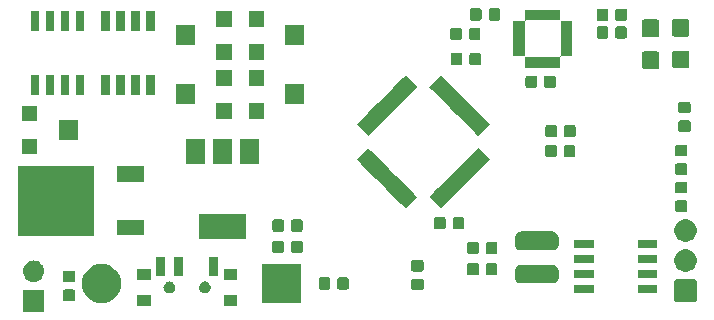
<source format=gbr>
G04 #@! TF.GenerationSoftware,KiCad,Pcbnew,5.1.0*
G04 #@! TF.CreationDate,2019-04-01T22:05:57-06:00*
G04 #@! TF.ProjectId,minisumo-FreeRTOS,6d696e69-7375-46d6-9f2d-467265655254,rev?*
G04 #@! TF.SameCoordinates,Original*
G04 #@! TF.FileFunction,Soldermask,Bot*
G04 #@! TF.FilePolarity,Negative*
%FSLAX46Y46*%
G04 Gerber Fmt 4.6, Leading zero omitted, Abs format (unit mm)*
G04 Created by KiCad (PCBNEW 5.1.0) date 2019-04-01 22:05:57*
%MOMM*%
%LPD*%
G04 APERTURE LIST*
%ADD10C,0.100000*%
G04 APERTURE END LIST*
D10*
G36*
X112901000Y-110401000D02*
G01*
X111099000Y-110401000D01*
X111099000Y-108599000D01*
X112901000Y-108599000D01*
X112901000Y-110401000D01*
X112901000Y-110401000D01*
G37*
G36*
X129201000Y-109881000D02*
G01*
X128099000Y-109881000D01*
X128099000Y-108979000D01*
X129201000Y-108979000D01*
X129201000Y-109881000D01*
X129201000Y-109881000D01*
G37*
G36*
X121901000Y-109881000D02*
G01*
X120799000Y-109881000D01*
X120799000Y-108979000D01*
X121901000Y-108979000D01*
X121901000Y-109881000D01*
X121901000Y-109881000D01*
G37*
G36*
X134651000Y-109651000D02*
G01*
X131349000Y-109651000D01*
X131349000Y-106349000D01*
X134651000Y-106349000D01*
X134651000Y-109651000D01*
X134651000Y-109651000D01*
G37*
G36*
X118083651Y-106372888D02*
G01*
X118394870Y-106467296D01*
X118681680Y-106620599D01*
X118681683Y-106620601D01*
X118681684Y-106620602D01*
X118933082Y-106826918D01*
X119112099Y-107045052D01*
X119139401Y-107078320D01*
X119292704Y-107365130D01*
X119387112Y-107676349D01*
X119418988Y-108000000D01*
X119387112Y-108323651D01*
X119292704Y-108634870D01*
X119139401Y-108921680D01*
X119139399Y-108921683D01*
X119139398Y-108921684D01*
X118933082Y-109173082D01*
X118685740Y-109376069D01*
X118681680Y-109379401D01*
X118394870Y-109532704D01*
X118083651Y-109627112D01*
X117841107Y-109651000D01*
X117678893Y-109651000D01*
X117436349Y-109627112D01*
X117125130Y-109532704D01*
X116838320Y-109379401D01*
X116834260Y-109376069D01*
X116586918Y-109173082D01*
X116380602Y-108921684D01*
X116380601Y-108921683D01*
X116380599Y-108921680D01*
X116227296Y-108634870D01*
X116132888Y-108323651D01*
X116101012Y-108000000D01*
X116132888Y-107676349D01*
X116227296Y-107365130D01*
X116380599Y-107078320D01*
X116407901Y-107045052D01*
X116586918Y-106826918D01*
X116838316Y-106620602D01*
X116838317Y-106620601D01*
X116838320Y-106620599D01*
X117125130Y-106467296D01*
X117436349Y-106372888D01*
X117678893Y-106349000D01*
X117841107Y-106349000D01*
X118083651Y-106372888D01*
X118083651Y-106372888D01*
G37*
G36*
X168010723Y-107652939D02*
G01*
X168043280Y-107662815D01*
X168073276Y-107678848D01*
X168099572Y-107700428D01*
X168121152Y-107726724D01*
X168137185Y-107756720D01*
X168147061Y-107789277D01*
X168151000Y-107829269D01*
X168151000Y-109370731D01*
X168147061Y-109410723D01*
X168137185Y-109443280D01*
X168121152Y-109473276D01*
X168099572Y-109499572D01*
X168073276Y-109521152D01*
X168043280Y-109537185D01*
X168010723Y-109547061D01*
X167970731Y-109551000D01*
X166429269Y-109551000D01*
X166389277Y-109547061D01*
X166356720Y-109537185D01*
X166326724Y-109521152D01*
X166300428Y-109499572D01*
X166278848Y-109473276D01*
X166262815Y-109443280D01*
X166252939Y-109410723D01*
X166249000Y-109370731D01*
X166249000Y-107829269D01*
X166252939Y-107789277D01*
X166262815Y-107756720D01*
X166278848Y-107726724D01*
X166300428Y-107700428D01*
X166326724Y-107678848D01*
X166356720Y-107662815D01*
X166389277Y-107652939D01*
X166429269Y-107649000D01*
X167970731Y-107649000D01*
X168010723Y-107652939D01*
X168010723Y-107652939D01*
G37*
G36*
X115379591Y-108515585D02*
G01*
X115413569Y-108525893D01*
X115444890Y-108542634D01*
X115472339Y-108565161D01*
X115494866Y-108592610D01*
X115511607Y-108623931D01*
X115521915Y-108657909D01*
X115526000Y-108699390D01*
X115526000Y-109300610D01*
X115521915Y-109342091D01*
X115511607Y-109376069D01*
X115494866Y-109407390D01*
X115472339Y-109434839D01*
X115444890Y-109457366D01*
X115413569Y-109474107D01*
X115379591Y-109484415D01*
X115338110Y-109488500D01*
X114661890Y-109488500D01*
X114620409Y-109484415D01*
X114586431Y-109474107D01*
X114555110Y-109457366D01*
X114527661Y-109434839D01*
X114505134Y-109407390D01*
X114488393Y-109376069D01*
X114478085Y-109342091D01*
X114474000Y-109300610D01*
X114474000Y-108699390D01*
X114478085Y-108657909D01*
X114488393Y-108623931D01*
X114505134Y-108592610D01*
X114527661Y-108565161D01*
X114555110Y-108542634D01*
X114586431Y-108525893D01*
X114620409Y-108515585D01*
X114661890Y-108511500D01*
X115338110Y-108511500D01*
X115379591Y-108515585D01*
X115379591Y-108515585D01*
G37*
G36*
X159426000Y-108851000D02*
G01*
X157774000Y-108851000D01*
X157774000Y-108149000D01*
X159426000Y-108149000D01*
X159426000Y-108851000D01*
X159426000Y-108851000D01*
G37*
G36*
X164826000Y-108851000D02*
G01*
X163174000Y-108851000D01*
X163174000Y-108149000D01*
X164826000Y-108149000D01*
X164826000Y-108851000D01*
X164826000Y-108851000D01*
G37*
G36*
X123566387Y-107832390D02*
G01*
X123646136Y-107848253D01*
X123676909Y-107861000D01*
X123737311Y-107886019D01*
X123771416Y-107908807D01*
X123819369Y-107940848D01*
X123889152Y-108010631D01*
X123889153Y-108010633D01*
X123943981Y-108092689D01*
X123981747Y-108183865D01*
X124001000Y-108280655D01*
X124001000Y-108379345D01*
X123994192Y-108413569D01*
X123981747Y-108476136D01*
X123970014Y-108504461D01*
X123943981Y-108567311D01*
X123938175Y-108576000D01*
X123889152Y-108649369D01*
X123819369Y-108719152D01*
X123778062Y-108746752D01*
X123737311Y-108773981D01*
X123683902Y-108796104D01*
X123646136Y-108811747D01*
X123597740Y-108821373D01*
X123549345Y-108831000D01*
X123450655Y-108831000D01*
X123402260Y-108821373D01*
X123353864Y-108811747D01*
X123316098Y-108796104D01*
X123262689Y-108773981D01*
X123221938Y-108746752D01*
X123180631Y-108719152D01*
X123110848Y-108649369D01*
X123061825Y-108576000D01*
X123056019Y-108567311D01*
X123029986Y-108504461D01*
X123018253Y-108476136D01*
X123005808Y-108413569D01*
X122999000Y-108379345D01*
X122999000Y-108280655D01*
X123018253Y-108183865D01*
X123056019Y-108092689D01*
X123110847Y-108010633D01*
X123110848Y-108010631D01*
X123180631Y-107940848D01*
X123228584Y-107908807D01*
X123262689Y-107886019D01*
X123323091Y-107861000D01*
X123353864Y-107848253D01*
X123433613Y-107832390D01*
X123450655Y-107829000D01*
X123549345Y-107829000D01*
X123566387Y-107832390D01*
X123566387Y-107832390D01*
G37*
G36*
X126566387Y-107832390D02*
G01*
X126646136Y-107848253D01*
X126676909Y-107861000D01*
X126737311Y-107886019D01*
X126771416Y-107908807D01*
X126819369Y-107940848D01*
X126889152Y-108010631D01*
X126889153Y-108010633D01*
X126943981Y-108092689D01*
X126981747Y-108183865D01*
X127001000Y-108280655D01*
X127001000Y-108379345D01*
X126994192Y-108413569D01*
X126981747Y-108476136D01*
X126970014Y-108504461D01*
X126943981Y-108567311D01*
X126938175Y-108576000D01*
X126889152Y-108649369D01*
X126819369Y-108719152D01*
X126778062Y-108746752D01*
X126737311Y-108773981D01*
X126683902Y-108796104D01*
X126646136Y-108811747D01*
X126597740Y-108821373D01*
X126549345Y-108831000D01*
X126450655Y-108831000D01*
X126402260Y-108821373D01*
X126353864Y-108811747D01*
X126316098Y-108796104D01*
X126262689Y-108773981D01*
X126221938Y-108746752D01*
X126180631Y-108719152D01*
X126110848Y-108649369D01*
X126061825Y-108576000D01*
X126056019Y-108567311D01*
X126029986Y-108504461D01*
X126018253Y-108476136D01*
X126005808Y-108413569D01*
X125999000Y-108379345D01*
X125999000Y-108280655D01*
X126018253Y-108183865D01*
X126056019Y-108092689D01*
X126110847Y-108010633D01*
X126110848Y-108010631D01*
X126180631Y-107940848D01*
X126228584Y-107908807D01*
X126262689Y-107886019D01*
X126323091Y-107861000D01*
X126353864Y-107848253D01*
X126433613Y-107832390D01*
X126450655Y-107829000D01*
X126549345Y-107829000D01*
X126566387Y-107832390D01*
X126566387Y-107832390D01*
G37*
G36*
X144879591Y-107603085D02*
G01*
X144913569Y-107613393D01*
X144944890Y-107630134D01*
X144972339Y-107652661D01*
X144994866Y-107680110D01*
X145011607Y-107711431D01*
X145021915Y-107745409D01*
X145026000Y-107786890D01*
X145026000Y-108388110D01*
X145021915Y-108429591D01*
X145011607Y-108463569D01*
X144994866Y-108494890D01*
X144972339Y-108522339D01*
X144944890Y-108544866D01*
X144913569Y-108561607D01*
X144879591Y-108571915D01*
X144838110Y-108576000D01*
X144161890Y-108576000D01*
X144120409Y-108571915D01*
X144086431Y-108561607D01*
X144055110Y-108544866D01*
X144027661Y-108522339D01*
X144005134Y-108494890D01*
X143988393Y-108463569D01*
X143978085Y-108429591D01*
X143974000Y-108388110D01*
X143974000Y-107786890D01*
X143978085Y-107745409D01*
X143988393Y-107711431D01*
X144005134Y-107680110D01*
X144027661Y-107652661D01*
X144055110Y-107630134D01*
X144086431Y-107613393D01*
X144120409Y-107603085D01*
X144161890Y-107599000D01*
X144838110Y-107599000D01*
X144879591Y-107603085D01*
X144879591Y-107603085D01*
G37*
G36*
X138542091Y-107478085D02*
G01*
X138576069Y-107488393D01*
X138607390Y-107505134D01*
X138634839Y-107527661D01*
X138657366Y-107555110D01*
X138674107Y-107586431D01*
X138684415Y-107620409D01*
X138688500Y-107661890D01*
X138688500Y-108338110D01*
X138684415Y-108379591D01*
X138674107Y-108413569D01*
X138657366Y-108444890D01*
X138634839Y-108472339D01*
X138607390Y-108494866D01*
X138576069Y-108511607D01*
X138542091Y-108521915D01*
X138500610Y-108526000D01*
X137899390Y-108526000D01*
X137857909Y-108521915D01*
X137823931Y-108511607D01*
X137792610Y-108494866D01*
X137765161Y-108472339D01*
X137742634Y-108444890D01*
X137725893Y-108413569D01*
X137715585Y-108379591D01*
X137711500Y-108338110D01*
X137711500Y-107661890D01*
X137715585Y-107620409D01*
X137725893Y-107586431D01*
X137742634Y-107555110D01*
X137765161Y-107527661D01*
X137792610Y-107505134D01*
X137823931Y-107488393D01*
X137857909Y-107478085D01*
X137899390Y-107474000D01*
X138500610Y-107474000D01*
X138542091Y-107478085D01*
X138542091Y-107478085D01*
G37*
G36*
X136967091Y-107478085D02*
G01*
X137001069Y-107488393D01*
X137032390Y-107505134D01*
X137059839Y-107527661D01*
X137082366Y-107555110D01*
X137099107Y-107586431D01*
X137109415Y-107620409D01*
X137113500Y-107661890D01*
X137113500Y-108338110D01*
X137109415Y-108379591D01*
X137099107Y-108413569D01*
X137082366Y-108444890D01*
X137059839Y-108472339D01*
X137032390Y-108494866D01*
X137001069Y-108511607D01*
X136967091Y-108521915D01*
X136925610Y-108526000D01*
X136324390Y-108526000D01*
X136282909Y-108521915D01*
X136248931Y-108511607D01*
X136217610Y-108494866D01*
X136190161Y-108472339D01*
X136167634Y-108444890D01*
X136150893Y-108413569D01*
X136140585Y-108379591D01*
X136136500Y-108338110D01*
X136136500Y-107661890D01*
X136140585Y-107620409D01*
X136150893Y-107586431D01*
X136167634Y-107555110D01*
X136190161Y-107527661D01*
X136217610Y-107505134D01*
X136248931Y-107488393D01*
X136282909Y-107478085D01*
X136324390Y-107474000D01*
X136925610Y-107474000D01*
X136967091Y-107478085D01*
X136967091Y-107478085D01*
G37*
G36*
X153859999Y-106399737D02*
G01*
X153874528Y-106404145D01*
X153887711Y-106409606D01*
X153911745Y-106414388D01*
X153936249Y-106414389D01*
X153960282Y-106409609D01*
X153982921Y-106400232D01*
X153984765Y-106399000D01*
X155216050Y-106399000D01*
X155228164Y-106405475D01*
X155251613Y-106412588D01*
X155275999Y-106414990D01*
X155300385Y-106412588D01*
X155323834Y-106405475D01*
X155328746Y-106403152D01*
X155340001Y-106399737D01*
X155356140Y-106398148D01*
X155893861Y-106398148D01*
X155912199Y-106399954D01*
X155924450Y-106400556D01*
X155942869Y-106400556D01*
X155965149Y-106402750D01*
X156049233Y-106419476D01*
X156070660Y-106425976D01*
X156149858Y-106458780D01*
X156155303Y-106461691D01*
X156155309Y-106461693D01*
X156164169Y-106466429D01*
X156164173Y-106466432D01*
X156169614Y-106469340D01*
X156240899Y-106516971D01*
X156258204Y-106531172D01*
X156318828Y-106591796D01*
X156333029Y-106609101D01*
X156380660Y-106680386D01*
X156383568Y-106685827D01*
X156383571Y-106685831D01*
X156388307Y-106694691D01*
X156388309Y-106694697D01*
X156391220Y-106700142D01*
X156424024Y-106779340D01*
X156430524Y-106800767D01*
X156447250Y-106884851D01*
X156449444Y-106907131D01*
X156449444Y-106925550D01*
X156450046Y-106937801D01*
X156451852Y-106956139D01*
X156451852Y-107443862D01*
X156450046Y-107462199D01*
X156449444Y-107474450D01*
X156449444Y-107492869D01*
X156447250Y-107515149D01*
X156430524Y-107599233D01*
X156428732Y-107605140D01*
X156426229Y-107613393D01*
X156424024Y-107620660D01*
X156391220Y-107699858D01*
X156388309Y-107705303D01*
X156388307Y-107705309D01*
X156383571Y-107714169D01*
X156383568Y-107714173D01*
X156380660Y-107719614D01*
X156333029Y-107790899D01*
X156318828Y-107808204D01*
X156258204Y-107868828D01*
X156240899Y-107883029D01*
X156169614Y-107930660D01*
X156164173Y-107933568D01*
X156164169Y-107933571D01*
X156155309Y-107938307D01*
X156155303Y-107938309D01*
X156149858Y-107941220D01*
X156070660Y-107974024D01*
X156049233Y-107980524D01*
X155965149Y-107997250D01*
X155942869Y-107999444D01*
X155924450Y-107999444D01*
X155912199Y-108000046D01*
X155893862Y-108001852D01*
X155356140Y-108001852D01*
X155340001Y-108000263D01*
X155325472Y-107995855D01*
X155312289Y-107990394D01*
X155288255Y-107985612D01*
X155263751Y-107985611D01*
X155239718Y-107990391D01*
X155217079Y-107999768D01*
X155215235Y-108001000D01*
X153983950Y-108001000D01*
X153971836Y-107994525D01*
X153948387Y-107987412D01*
X153924001Y-107985010D01*
X153899615Y-107987412D01*
X153876166Y-107994525D01*
X153871254Y-107996848D01*
X153859999Y-108000263D01*
X153843860Y-108001852D01*
X153306138Y-108001852D01*
X153287801Y-108000046D01*
X153275550Y-107999444D01*
X153257131Y-107999444D01*
X153234851Y-107997250D01*
X153150767Y-107980524D01*
X153129340Y-107974024D01*
X153050142Y-107941220D01*
X153044697Y-107938309D01*
X153044691Y-107938307D01*
X153035831Y-107933571D01*
X153035827Y-107933568D01*
X153030386Y-107930660D01*
X152959101Y-107883029D01*
X152941796Y-107868828D01*
X152881172Y-107808204D01*
X152866971Y-107790899D01*
X152819340Y-107719614D01*
X152816432Y-107714173D01*
X152816429Y-107714169D01*
X152811693Y-107705309D01*
X152811691Y-107705303D01*
X152808780Y-107699858D01*
X152775976Y-107620660D01*
X152773772Y-107613393D01*
X152771268Y-107605140D01*
X152769476Y-107599233D01*
X152752750Y-107515149D01*
X152750556Y-107492869D01*
X152750556Y-107474450D01*
X152749954Y-107462199D01*
X152748148Y-107443862D01*
X152748148Y-106956139D01*
X152749954Y-106937801D01*
X152750556Y-106925550D01*
X152750556Y-106907131D01*
X152752750Y-106884851D01*
X152769476Y-106800767D01*
X152775976Y-106779340D01*
X152808780Y-106700142D01*
X152811691Y-106694697D01*
X152811693Y-106694691D01*
X152816429Y-106685831D01*
X152816432Y-106685827D01*
X152819340Y-106680386D01*
X152866971Y-106609101D01*
X152881172Y-106591796D01*
X152941796Y-106531172D01*
X152959101Y-106516971D01*
X153030386Y-106469340D01*
X153035827Y-106466432D01*
X153035831Y-106466429D01*
X153044691Y-106461693D01*
X153044697Y-106461691D01*
X153050142Y-106458780D01*
X153129340Y-106425976D01*
X153150767Y-106419476D01*
X153234851Y-106402750D01*
X153257131Y-106400556D01*
X153275550Y-106400556D01*
X153287801Y-106399954D01*
X153306139Y-106398148D01*
X153843860Y-106398148D01*
X153859999Y-106399737D01*
X153859999Y-106399737D01*
G37*
G36*
X115379591Y-106940585D02*
G01*
X115413569Y-106950893D01*
X115444890Y-106967634D01*
X115472339Y-106990161D01*
X115494866Y-107017610D01*
X115511607Y-107048931D01*
X115521915Y-107082909D01*
X115526000Y-107124390D01*
X115526000Y-107725610D01*
X115521915Y-107767091D01*
X115511607Y-107801069D01*
X115494866Y-107832390D01*
X115472339Y-107859839D01*
X115444890Y-107882366D01*
X115413569Y-107899107D01*
X115379591Y-107909415D01*
X115338110Y-107913500D01*
X114661890Y-107913500D01*
X114620409Y-107909415D01*
X114586431Y-107899107D01*
X114555110Y-107882366D01*
X114527661Y-107859839D01*
X114505134Y-107832390D01*
X114488393Y-107801069D01*
X114478085Y-107767091D01*
X114474000Y-107725610D01*
X114474000Y-107124390D01*
X114478085Y-107082909D01*
X114488393Y-107048931D01*
X114505134Y-107017610D01*
X114527661Y-106990161D01*
X114555110Y-106967634D01*
X114586431Y-106950893D01*
X114620409Y-106940585D01*
X114661890Y-106936500D01*
X115338110Y-106936500D01*
X115379591Y-106940585D01*
X115379591Y-106940585D01*
G37*
G36*
X112106843Y-106065164D02*
G01*
X112176627Y-106072037D01*
X112346466Y-106123557D01*
X112502991Y-106207222D01*
X112538729Y-106236552D01*
X112640186Y-106319814D01*
X112718294Y-106414990D01*
X112752778Y-106457009D01*
X112759369Y-106469340D01*
X112834074Y-106609101D01*
X112836443Y-106613534D01*
X112887963Y-106783373D01*
X112905359Y-106960000D01*
X112887963Y-107136627D01*
X112836443Y-107306466D01*
X112836442Y-107306468D01*
X112833695Y-107311607D01*
X112752778Y-107462991D01*
X112723448Y-107498729D01*
X112640186Y-107600186D01*
X112547382Y-107676347D01*
X112502991Y-107712778D01*
X112346466Y-107796443D01*
X112176627Y-107847963D01*
X112110443Y-107854481D01*
X112044260Y-107861000D01*
X111955740Y-107861000D01*
X111889557Y-107854481D01*
X111823373Y-107847963D01*
X111653534Y-107796443D01*
X111497009Y-107712778D01*
X111452618Y-107676347D01*
X111359814Y-107600186D01*
X111276552Y-107498729D01*
X111247222Y-107462991D01*
X111166305Y-107311607D01*
X111163558Y-107306468D01*
X111163557Y-107306466D01*
X111112037Y-107136627D01*
X111094641Y-106960000D01*
X111112037Y-106783373D01*
X111163557Y-106613534D01*
X111165927Y-106609101D01*
X111240631Y-106469340D01*
X111247222Y-106457009D01*
X111281706Y-106414990D01*
X111359814Y-106319814D01*
X111461271Y-106236552D01*
X111497009Y-106207222D01*
X111653534Y-106123557D01*
X111823373Y-106072037D01*
X111893157Y-106065164D01*
X111955740Y-106059000D01*
X112044260Y-106059000D01*
X112106843Y-106065164D01*
X112106843Y-106065164D01*
G37*
G36*
X129201000Y-107671000D02*
G01*
X128099000Y-107671000D01*
X128099000Y-106769000D01*
X129201000Y-106769000D01*
X129201000Y-107671000D01*
X129201000Y-107671000D01*
G37*
G36*
X121901000Y-107671000D02*
G01*
X120799000Y-107671000D01*
X120799000Y-106769000D01*
X121901000Y-106769000D01*
X121901000Y-107671000D01*
X121901000Y-107671000D01*
G37*
G36*
X164826000Y-107581000D02*
G01*
X163174000Y-107581000D01*
X163174000Y-106879000D01*
X164826000Y-106879000D01*
X164826000Y-107581000D01*
X164826000Y-107581000D01*
G37*
G36*
X159426000Y-107581000D02*
G01*
X157774000Y-107581000D01*
X157774000Y-106879000D01*
X159426000Y-106879000D01*
X159426000Y-107581000D01*
X159426000Y-107581000D01*
G37*
G36*
X123151000Y-107371000D02*
G01*
X122349000Y-107371000D01*
X122349000Y-105769000D01*
X123151000Y-105769000D01*
X123151000Y-107371000D01*
X123151000Y-107371000D01*
G37*
G36*
X127651000Y-107371000D02*
G01*
X126849000Y-107371000D01*
X126849000Y-105769000D01*
X127651000Y-105769000D01*
X127651000Y-107371000D01*
X127651000Y-107371000D01*
G37*
G36*
X124651000Y-107371000D02*
G01*
X123849000Y-107371000D01*
X123849000Y-105769000D01*
X124651000Y-105769000D01*
X124651000Y-107371000D01*
X124651000Y-107371000D01*
G37*
G36*
X149554591Y-106278085D02*
G01*
X149588569Y-106288393D01*
X149619890Y-106305134D01*
X149647339Y-106327661D01*
X149669866Y-106355110D01*
X149686607Y-106386431D01*
X149696915Y-106420409D01*
X149701000Y-106461890D01*
X149701000Y-107138110D01*
X149696915Y-107179591D01*
X149686607Y-107213569D01*
X149669866Y-107244890D01*
X149647339Y-107272339D01*
X149619890Y-107294866D01*
X149588569Y-107311607D01*
X149554591Y-107321915D01*
X149513110Y-107326000D01*
X148911890Y-107326000D01*
X148870409Y-107321915D01*
X148836431Y-107311607D01*
X148805110Y-107294866D01*
X148777661Y-107272339D01*
X148755134Y-107244890D01*
X148738393Y-107213569D01*
X148728085Y-107179591D01*
X148724000Y-107138110D01*
X148724000Y-106461890D01*
X148728085Y-106420409D01*
X148738393Y-106386431D01*
X148755134Y-106355110D01*
X148777661Y-106327661D01*
X148805110Y-106305134D01*
X148836431Y-106288393D01*
X148870409Y-106278085D01*
X148911890Y-106274000D01*
X149513110Y-106274000D01*
X149554591Y-106278085D01*
X149554591Y-106278085D01*
G37*
G36*
X151129591Y-106278085D02*
G01*
X151163569Y-106288393D01*
X151194890Y-106305134D01*
X151222339Y-106327661D01*
X151244866Y-106355110D01*
X151261607Y-106386431D01*
X151271915Y-106420409D01*
X151276000Y-106461890D01*
X151276000Y-107138110D01*
X151271915Y-107179591D01*
X151261607Y-107213569D01*
X151244866Y-107244890D01*
X151222339Y-107272339D01*
X151194890Y-107294866D01*
X151163569Y-107311607D01*
X151129591Y-107321915D01*
X151088110Y-107326000D01*
X150486890Y-107326000D01*
X150445409Y-107321915D01*
X150411431Y-107311607D01*
X150380110Y-107294866D01*
X150352661Y-107272339D01*
X150330134Y-107244890D01*
X150313393Y-107213569D01*
X150303085Y-107179591D01*
X150299000Y-107138110D01*
X150299000Y-106461890D01*
X150303085Y-106420409D01*
X150313393Y-106386431D01*
X150330134Y-106355110D01*
X150352661Y-106327661D01*
X150380110Y-106305134D01*
X150411431Y-106288393D01*
X150445409Y-106278085D01*
X150486890Y-106274000D01*
X151088110Y-106274000D01*
X151129591Y-106278085D01*
X151129591Y-106278085D01*
G37*
G36*
X167477395Y-105145546D02*
G01*
X167650466Y-105217234D01*
X167650467Y-105217235D01*
X167806227Y-105321310D01*
X167938690Y-105453773D01*
X167977333Y-105511607D01*
X168042766Y-105609534D01*
X168114454Y-105782605D01*
X168151000Y-105966333D01*
X168151000Y-106153667D01*
X168114454Y-106337395D01*
X168042766Y-106510466D01*
X167991081Y-106587818D01*
X167938690Y-106666227D01*
X167806227Y-106798690D01*
X167763979Y-106826919D01*
X167650466Y-106902766D01*
X167477395Y-106974454D01*
X167293667Y-107011000D01*
X167106333Y-107011000D01*
X166922605Y-106974454D01*
X166749534Y-106902766D01*
X166636021Y-106826919D01*
X166593773Y-106798690D01*
X166461310Y-106666227D01*
X166408919Y-106587818D01*
X166357234Y-106510466D01*
X166285546Y-106337395D01*
X166249000Y-106153667D01*
X166249000Y-105966333D01*
X166285546Y-105782605D01*
X166357234Y-105609534D01*
X166422667Y-105511607D01*
X166461310Y-105453773D01*
X166593773Y-105321310D01*
X166749533Y-105217235D01*
X166749534Y-105217234D01*
X166922605Y-105145546D01*
X167106333Y-105109000D01*
X167293667Y-105109000D01*
X167477395Y-105145546D01*
X167477395Y-105145546D01*
G37*
G36*
X144879591Y-106028085D02*
G01*
X144913569Y-106038393D01*
X144944890Y-106055134D01*
X144972339Y-106077661D01*
X144994866Y-106105110D01*
X145011607Y-106136431D01*
X145021915Y-106170409D01*
X145026000Y-106211890D01*
X145026000Y-106813110D01*
X145021915Y-106854591D01*
X145011607Y-106888569D01*
X144994866Y-106919890D01*
X144972339Y-106947339D01*
X144944890Y-106969866D01*
X144913569Y-106986607D01*
X144879591Y-106996915D01*
X144838110Y-107001000D01*
X144161890Y-107001000D01*
X144120409Y-106996915D01*
X144086431Y-106986607D01*
X144055110Y-106969866D01*
X144027661Y-106947339D01*
X144005134Y-106919890D01*
X143988393Y-106888569D01*
X143978085Y-106854591D01*
X143974000Y-106813110D01*
X143974000Y-106211890D01*
X143978085Y-106170409D01*
X143988393Y-106136431D01*
X144005134Y-106105110D01*
X144027661Y-106077661D01*
X144055110Y-106055134D01*
X144086431Y-106038393D01*
X144120409Y-106028085D01*
X144161890Y-106024000D01*
X144838110Y-106024000D01*
X144879591Y-106028085D01*
X144879591Y-106028085D01*
G37*
G36*
X159426000Y-106311000D02*
G01*
X157774000Y-106311000D01*
X157774000Y-105609000D01*
X159426000Y-105609000D01*
X159426000Y-106311000D01*
X159426000Y-106311000D01*
G37*
G36*
X164826000Y-106311000D02*
G01*
X163174000Y-106311000D01*
X163174000Y-105609000D01*
X164826000Y-105609000D01*
X164826000Y-106311000D01*
X164826000Y-106311000D01*
G37*
G36*
X151129591Y-104478085D02*
G01*
X151163569Y-104488393D01*
X151194890Y-104505134D01*
X151222339Y-104527661D01*
X151244866Y-104555110D01*
X151261607Y-104586431D01*
X151271915Y-104620409D01*
X151276000Y-104661890D01*
X151276000Y-105338110D01*
X151271915Y-105379591D01*
X151261607Y-105413569D01*
X151244866Y-105444890D01*
X151222339Y-105472339D01*
X151194890Y-105494866D01*
X151163569Y-105511607D01*
X151129591Y-105521915D01*
X151088110Y-105526000D01*
X150486890Y-105526000D01*
X150445409Y-105521915D01*
X150411431Y-105511607D01*
X150380110Y-105494866D01*
X150352661Y-105472339D01*
X150330134Y-105444890D01*
X150313393Y-105413569D01*
X150303085Y-105379591D01*
X150299000Y-105338110D01*
X150299000Y-104661890D01*
X150303085Y-104620409D01*
X150313393Y-104586431D01*
X150330134Y-104555110D01*
X150352661Y-104527661D01*
X150380110Y-104505134D01*
X150411431Y-104488393D01*
X150445409Y-104478085D01*
X150486890Y-104474000D01*
X151088110Y-104474000D01*
X151129591Y-104478085D01*
X151129591Y-104478085D01*
G37*
G36*
X149554591Y-104478085D02*
G01*
X149588569Y-104488393D01*
X149619890Y-104505134D01*
X149647339Y-104527661D01*
X149669866Y-104555110D01*
X149686607Y-104586431D01*
X149696915Y-104620409D01*
X149701000Y-104661890D01*
X149701000Y-105338110D01*
X149696915Y-105379591D01*
X149686607Y-105413569D01*
X149669866Y-105444890D01*
X149647339Y-105472339D01*
X149619890Y-105494866D01*
X149588569Y-105511607D01*
X149554591Y-105521915D01*
X149513110Y-105526000D01*
X148911890Y-105526000D01*
X148870409Y-105521915D01*
X148836431Y-105511607D01*
X148805110Y-105494866D01*
X148777661Y-105472339D01*
X148755134Y-105444890D01*
X148738393Y-105413569D01*
X148728085Y-105379591D01*
X148724000Y-105338110D01*
X148724000Y-104661890D01*
X148728085Y-104620409D01*
X148738393Y-104586431D01*
X148755134Y-104555110D01*
X148777661Y-104527661D01*
X148805110Y-104505134D01*
X148836431Y-104488393D01*
X148870409Y-104478085D01*
X148911890Y-104474000D01*
X149513110Y-104474000D01*
X149554591Y-104478085D01*
X149554591Y-104478085D01*
G37*
G36*
X134629591Y-104378085D02*
G01*
X134663569Y-104388393D01*
X134694890Y-104405134D01*
X134722339Y-104427661D01*
X134744866Y-104455110D01*
X134761607Y-104486431D01*
X134771915Y-104520409D01*
X134776000Y-104561890D01*
X134776000Y-105238110D01*
X134771915Y-105279591D01*
X134761607Y-105313569D01*
X134744866Y-105344890D01*
X134722339Y-105372339D01*
X134694890Y-105394866D01*
X134663569Y-105411607D01*
X134629591Y-105421915D01*
X134588110Y-105426000D01*
X133986890Y-105426000D01*
X133945409Y-105421915D01*
X133911431Y-105411607D01*
X133880110Y-105394866D01*
X133852661Y-105372339D01*
X133830134Y-105344890D01*
X133813393Y-105313569D01*
X133803085Y-105279591D01*
X133799000Y-105238110D01*
X133799000Y-104561890D01*
X133803085Y-104520409D01*
X133813393Y-104486431D01*
X133830134Y-104455110D01*
X133852661Y-104427661D01*
X133880110Y-104405134D01*
X133911431Y-104388393D01*
X133945409Y-104378085D01*
X133986890Y-104374000D01*
X134588110Y-104374000D01*
X134629591Y-104378085D01*
X134629591Y-104378085D01*
G37*
G36*
X133054591Y-104378085D02*
G01*
X133088569Y-104388393D01*
X133119890Y-104405134D01*
X133147339Y-104427661D01*
X133169866Y-104455110D01*
X133186607Y-104486431D01*
X133196915Y-104520409D01*
X133201000Y-104561890D01*
X133201000Y-105238110D01*
X133196915Y-105279591D01*
X133186607Y-105313569D01*
X133169866Y-105344890D01*
X133147339Y-105372339D01*
X133119890Y-105394866D01*
X133088569Y-105411607D01*
X133054591Y-105421915D01*
X133013110Y-105426000D01*
X132411890Y-105426000D01*
X132370409Y-105421915D01*
X132336431Y-105411607D01*
X132305110Y-105394866D01*
X132277661Y-105372339D01*
X132255134Y-105344890D01*
X132238393Y-105313569D01*
X132228085Y-105279591D01*
X132224000Y-105238110D01*
X132224000Y-104561890D01*
X132228085Y-104520409D01*
X132238393Y-104486431D01*
X132255134Y-104455110D01*
X132277661Y-104427661D01*
X132305110Y-104405134D01*
X132336431Y-104388393D01*
X132370409Y-104378085D01*
X132411890Y-104374000D01*
X133013110Y-104374000D01*
X133054591Y-104378085D01*
X133054591Y-104378085D01*
G37*
G36*
X153859999Y-103599737D02*
G01*
X153874528Y-103604145D01*
X153887711Y-103609606D01*
X153911745Y-103614388D01*
X153936249Y-103614389D01*
X153960282Y-103609609D01*
X153982921Y-103600232D01*
X153984765Y-103599000D01*
X155216050Y-103599000D01*
X155228164Y-103605475D01*
X155251613Y-103612588D01*
X155275999Y-103614990D01*
X155300385Y-103612588D01*
X155323834Y-103605475D01*
X155328746Y-103603152D01*
X155340001Y-103599737D01*
X155356140Y-103598148D01*
X155893861Y-103598148D01*
X155912199Y-103599954D01*
X155924450Y-103600556D01*
X155942869Y-103600556D01*
X155965149Y-103602750D01*
X156049233Y-103619476D01*
X156070660Y-103625976D01*
X156149858Y-103658780D01*
X156155303Y-103661691D01*
X156155309Y-103661693D01*
X156164169Y-103666429D01*
X156164173Y-103666432D01*
X156169614Y-103669340D01*
X156240899Y-103716971D01*
X156258204Y-103731172D01*
X156318828Y-103791796D01*
X156333029Y-103809101D01*
X156380660Y-103880386D01*
X156383568Y-103885827D01*
X156383571Y-103885831D01*
X156388307Y-103894691D01*
X156388309Y-103894697D01*
X156391220Y-103900142D01*
X156424024Y-103979340D01*
X156430524Y-104000767D01*
X156447250Y-104084851D01*
X156449444Y-104107131D01*
X156449444Y-104125550D01*
X156450046Y-104137801D01*
X156451852Y-104156139D01*
X156451852Y-104643862D01*
X156450046Y-104662199D01*
X156449444Y-104674450D01*
X156449444Y-104692869D01*
X156447250Y-104715149D01*
X156430524Y-104799233D01*
X156424024Y-104820660D01*
X156391220Y-104899858D01*
X156388309Y-104905303D01*
X156388307Y-104905309D01*
X156383571Y-104914169D01*
X156383568Y-104914173D01*
X156380660Y-104919614D01*
X156333029Y-104990899D01*
X156318828Y-105008204D01*
X156258204Y-105068828D01*
X156240899Y-105083029D01*
X156169614Y-105130660D01*
X156164173Y-105133568D01*
X156164169Y-105133571D01*
X156155309Y-105138307D01*
X156155303Y-105138309D01*
X156149858Y-105141220D01*
X156070660Y-105174024D01*
X156049233Y-105180524D01*
X155965149Y-105197250D01*
X155942869Y-105199444D01*
X155924450Y-105199444D01*
X155912199Y-105200046D01*
X155893862Y-105201852D01*
X155356140Y-105201852D01*
X155340001Y-105200263D01*
X155325472Y-105195855D01*
X155312289Y-105190394D01*
X155288255Y-105185612D01*
X155263751Y-105185611D01*
X155239718Y-105190391D01*
X155217079Y-105199768D01*
X155215235Y-105201000D01*
X153983950Y-105201000D01*
X153971836Y-105194525D01*
X153948387Y-105187412D01*
X153924001Y-105185010D01*
X153899615Y-105187412D01*
X153876166Y-105194525D01*
X153871254Y-105196848D01*
X153859999Y-105200263D01*
X153843860Y-105201852D01*
X153306138Y-105201852D01*
X153287801Y-105200046D01*
X153275550Y-105199444D01*
X153257131Y-105199444D01*
X153234851Y-105197250D01*
X153150767Y-105180524D01*
X153129340Y-105174024D01*
X153050142Y-105141220D01*
X153044697Y-105138309D01*
X153044691Y-105138307D01*
X153035831Y-105133571D01*
X153035827Y-105133568D01*
X153030386Y-105130660D01*
X152959101Y-105083029D01*
X152941796Y-105068828D01*
X152881172Y-105008204D01*
X152866971Y-104990899D01*
X152819340Y-104919614D01*
X152816432Y-104914173D01*
X152816429Y-104914169D01*
X152811693Y-104905309D01*
X152811691Y-104905303D01*
X152808780Y-104899858D01*
X152775976Y-104820660D01*
X152769476Y-104799233D01*
X152752750Y-104715149D01*
X152750556Y-104692869D01*
X152750556Y-104674450D01*
X152749954Y-104662199D01*
X152748148Y-104643862D01*
X152748148Y-104156139D01*
X152749954Y-104137801D01*
X152750556Y-104125550D01*
X152750556Y-104107131D01*
X152752750Y-104084851D01*
X152769476Y-104000767D01*
X152775976Y-103979340D01*
X152808780Y-103900142D01*
X152811691Y-103894697D01*
X152811693Y-103894691D01*
X152816429Y-103885831D01*
X152816432Y-103885827D01*
X152819340Y-103880386D01*
X152866971Y-103809101D01*
X152881172Y-103791796D01*
X152941796Y-103731172D01*
X152959101Y-103716971D01*
X153030386Y-103669340D01*
X153035827Y-103666432D01*
X153035831Y-103666429D01*
X153044691Y-103661693D01*
X153044697Y-103661691D01*
X153050142Y-103658780D01*
X153129340Y-103625976D01*
X153150767Y-103619476D01*
X153234851Y-103602750D01*
X153257131Y-103600556D01*
X153275550Y-103600556D01*
X153287801Y-103599954D01*
X153306139Y-103598148D01*
X153843860Y-103598148D01*
X153859999Y-103599737D01*
X153859999Y-103599737D01*
G37*
G36*
X164826000Y-105041000D02*
G01*
X163174000Y-105041000D01*
X163174000Y-104339000D01*
X164826000Y-104339000D01*
X164826000Y-105041000D01*
X164826000Y-105041000D01*
G37*
G36*
X159426000Y-105041000D02*
G01*
X157774000Y-105041000D01*
X157774000Y-104339000D01*
X159426000Y-104339000D01*
X159426000Y-105041000D01*
X159426000Y-105041000D01*
G37*
G36*
X167477395Y-102605546D02*
G01*
X167650466Y-102677234D01*
X167727818Y-102728919D01*
X167806227Y-102781310D01*
X167938690Y-102913773D01*
X167938691Y-102913775D01*
X168042766Y-103069534D01*
X168114454Y-103242605D01*
X168151000Y-103426333D01*
X168151000Y-103613667D01*
X168114454Y-103797395D01*
X168042766Y-103970466D01*
X168026466Y-103994860D01*
X167938690Y-104126227D01*
X167806227Y-104258690D01*
X167727818Y-104311081D01*
X167650466Y-104362766D01*
X167477395Y-104434454D01*
X167293667Y-104471000D01*
X167106333Y-104471000D01*
X166922605Y-104434454D01*
X166749534Y-104362766D01*
X166672182Y-104311081D01*
X166593773Y-104258690D01*
X166461310Y-104126227D01*
X166373534Y-103994860D01*
X166357234Y-103970466D01*
X166285546Y-103797395D01*
X166249000Y-103613667D01*
X166249000Y-103426333D01*
X166285546Y-103242605D01*
X166357234Y-103069534D01*
X166461309Y-102913775D01*
X166461310Y-102913773D01*
X166593773Y-102781310D01*
X166672182Y-102728919D01*
X166749534Y-102677234D01*
X166922605Y-102605546D01*
X167106333Y-102569000D01*
X167293667Y-102569000D01*
X167477395Y-102605546D01*
X167477395Y-102605546D01*
G37*
G36*
X129951000Y-104201000D02*
G01*
X126049000Y-104201000D01*
X126049000Y-102099000D01*
X129951000Y-102099000D01*
X129951000Y-104201000D01*
X129951000Y-104201000D01*
G37*
G36*
X117151000Y-103951000D02*
G01*
X110649000Y-103951000D01*
X110649000Y-98049000D01*
X117151000Y-98049000D01*
X117151000Y-103951000D01*
X117151000Y-103951000D01*
G37*
G36*
X121351000Y-103931000D02*
G01*
X119049000Y-103931000D01*
X119049000Y-102629000D01*
X121351000Y-102629000D01*
X121351000Y-103931000D01*
X121351000Y-103931000D01*
G37*
G36*
X133054591Y-102578085D02*
G01*
X133088569Y-102588393D01*
X133119890Y-102605134D01*
X133147339Y-102627661D01*
X133169866Y-102655110D01*
X133186607Y-102686431D01*
X133196915Y-102720409D01*
X133201000Y-102761890D01*
X133201000Y-103438110D01*
X133196915Y-103479591D01*
X133186607Y-103513569D01*
X133169866Y-103544890D01*
X133147339Y-103572339D01*
X133119890Y-103594866D01*
X133088569Y-103611607D01*
X133054591Y-103621915D01*
X133013110Y-103626000D01*
X132411890Y-103626000D01*
X132370409Y-103621915D01*
X132336431Y-103611607D01*
X132305110Y-103594866D01*
X132277661Y-103572339D01*
X132255134Y-103544890D01*
X132238393Y-103513569D01*
X132228085Y-103479591D01*
X132224000Y-103438110D01*
X132224000Y-102761890D01*
X132228085Y-102720409D01*
X132238393Y-102686431D01*
X132255134Y-102655110D01*
X132277661Y-102627661D01*
X132305110Y-102605134D01*
X132336431Y-102588393D01*
X132370409Y-102578085D01*
X132411890Y-102574000D01*
X133013110Y-102574000D01*
X133054591Y-102578085D01*
X133054591Y-102578085D01*
G37*
G36*
X134629591Y-102578085D02*
G01*
X134663569Y-102588393D01*
X134694890Y-102605134D01*
X134722339Y-102627661D01*
X134744866Y-102655110D01*
X134761607Y-102686431D01*
X134771915Y-102720409D01*
X134776000Y-102761890D01*
X134776000Y-103438110D01*
X134771915Y-103479591D01*
X134761607Y-103513569D01*
X134744866Y-103544890D01*
X134722339Y-103572339D01*
X134694890Y-103594866D01*
X134663569Y-103611607D01*
X134629591Y-103621915D01*
X134588110Y-103626000D01*
X133986890Y-103626000D01*
X133945409Y-103621915D01*
X133911431Y-103611607D01*
X133880110Y-103594866D01*
X133852661Y-103572339D01*
X133830134Y-103544890D01*
X133813393Y-103513569D01*
X133803085Y-103479591D01*
X133799000Y-103438110D01*
X133799000Y-102761890D01*
X133803085Y-102720409D01*
X133813393Y-102686431D01*
X133830134Y-102655110D01*
X133852661Y-102627661D01*
X133880110Y-102605134D01*
X133911431Y-102588393D01*
X133945409Y-102578085D01*
X133986890Y-102574000D01*
X134588110Y-102574000D01*
X134629591Y-102578085D01*
X134629591Y-102578085D01*
G37*
G36*
X146742091Y-102378085D02*
G01*
X146776069Y-102388393D01*
X146807390Y-102405134D01*
X146834839Y-102427661D01*
X146857366Y-102455110D01*
X146874107Y-102486431D01*
X146884415Y-102520409D01*
X146888500Y-102561890D01*
X146888500Y-103238110D01*
X146884415Y-103279591D01*
X146874107Y-103313569D01*
X146857366Y-103344890D01*
X146834839Y-103372339D01*
X146807390Y-103394866D01*
X146776069Y-103411607D01*
X146742091Y-103421915D01*
X146700610Y-103426000D01*
X146099390Y-103426000D01*
X146057909Y-103421915D01*
X146023931Y-103411607D01*
X145992610Y-103394866D01*
X145965161Y-103372339D01*
X145942634Y-103344890D01*
X145925893Y-103313569D01*
X145915585Y-103279591D01*
X145911500Y-103238110D01*
X145911500Y-102561890D01*
X145915585Y-102520409D01*
X145925893Y-102486431D01*
X145942634Y-102455110D01*
X145965161Y-102427661D01*
X145992610Y-102405134D01*
X146023931Y-102388393D01*
X146057909Y-102378085D01*
X146099390Y-102374000D01*
X146700610Y-102374000D01*
X146742091Y-102378085D01*
X146742091Y-102378085D01*
G37*
G36*
X148317091Y-102378085D02*
G01*
X148351069Y-102388393D01*
X148382390Y-102405134D01*
X148409839Y-102427661D01*
X148432366Y-102455110D01*
X148449107Y-102486431D01*
X148459415Y-102520409D01*
X148463500Y-102561890D01*
X148463500Y-103238110D01*
X148459415Y-103279591D01*
X148449107Y-103313569D01*
X148432366Y-103344890D01*
X148409839Y-103372339D01*
X148382390Y-103394866D01*
X148351069Y-103411607D01*
X148317091Y-103421915D01*
X148275610Y-103426000D01*
X147674390Y-103426000D01*
X147632909Y-103421915D01*
X147598931Y-103411607D01*
X147567610Y-103394866D01*
X147540161Y-103372339D01*
X147517634Y-103344890D01*
X147500893Y-103313569D01*
X147490585Y-103279591D01*
X147486500Y-103238110D01*
X147486500Y-102561890D01*
X147490585Y-102520409D01*
X147500893Y-102486431D01*
X147517634Y-102455110D01*
X147540161Y-102427661D01*
X147567610Y-102405134D01*
X147598931Y-102388393D01*
X147632909Y-102378085D01*
X147674390Y-102374000D01*
X148275610Y-102374000D01*
X148317091Y-102378085D01*
X148317091Y-102378085D01*
G37*
G36*
X167204591Y-100978085D02*
G01*
X167238569Y-100988393D01*
X167269890Y-101005134D01*
X167297339Y-101027661D01*
X167319866Y-101055110D01*
X167336607Y-101086431D01*
X167346915Y-101120409D01*
X167351000Y-101161890D01*
X167351000Y-101763110D01*
X167346915Y-101804591D01*
X167336607Y-101838569D01*
X167319866Y-101869890D01*
X167297339Y-101897339D01*
X167269890Y-101919866D01*
X167238569Y-101936607D01*
X167204591Y-101946915D01*
X167163110Y-101951000D01*
X166486890Y-101951000D01*
X166445409Y-101946915D01*
X166411431Y-101936607D01*
X166380110Y-101919866D01*
X166352661Y-101897339D01*
X166330134Y-101869890D01*
X166313393Y-101838569D01*
X166303085Y-101804591D01*
X166299000Y-101763110D01*
X166299000Y-101161890D01*
X166303085Y-101120409D01*
X166313393Y-101086431D01*
X166330134Y-101055110D01*
X166352661Y-101027661D01*
X166380110Y-101005134D01*
X166411431Y-100988393D01*
X166445409Y-100978085D01*
X166486890Y-100974000D01*
X167163110Y-100974000D01*
X167204591Y-100978085D01*
X167204591Y-100978085D01*
G37*
G36*
X140599675Y-96760140D02*
G01*
X140599675Y-96760141D01*
X140704326Y-96864792D01*
X140704326Y-96864791D01*
X140953228Y-97113693D01*
X140953228Y-97113694D01*
X141057880Y-97218346D01*
X141057880Y-97218345D01*
X141306782Y-97467247D01*
X141306782Y-97467248D01*
X141411433Y-97571899D01*
X141411433Y-97571898D01*
X141660335Y-97820800D01*
X141660335Y-97820801D01*
X141764986Y-97925452D01*
X141764986Y-97925451D01*
X142013888Y-98174353D01*
X142013888Y-98174354D01*
X142118540Y-98279006D01*
X142118540Y-98279005D01*
X142367442Y-98527907D01*
X142367442Y-98527908D01*
X142472093Y-98632559D01*
X142472093Y-98632558D01*
X142720995Y-98881460D01*
X142720995Y-98881461D01*
X142825647Y-98986113D01*
X142825647Y-98986112D01*
X143074549Y-99235014D01*
X143074549Y-99235015D01*
X143179200Y-99339666D01*
X143179200Y-99339665D01*
X143428102Y-99588567D01*
X143428102Y-99588568D01*
X143532753Y-99693219D01*
X143532753Y-99693218D01*
X143781655Y-99942120D01*
X143781655Y-99942121D01*
X143886307Y-100046773D01*
X143886307Y-100046772D01*
X144135209Y-100295674D01*
X144135209Y-100295675D01*
X144239860Y-100400326D01*
X144239860Y-100400325D01*
X144488762Y-100649227D01*
X143497398Y-101640591D01*
X143248496Y-101391689D01*
X143248497Y-101391689D01*
X143143846Y-101287038D01*
X143143845Y-101287038D01*
X142894943Y-101038136D01*
X142894944Y-101038136D01*
X142790292Y-100933484D01*
X142790291Y-100933484D01*
X142541389Y-100684582D01*
X142541390Y-100684582D01*
X142436739Y-100579931D01*
X142436738Y-100579931D01*
X142187836Y-100331029D01*
X142187837Y-100331029D01*
X142083186Y-100226378D01*
X142083185Y-100226378D01*
X141834283Y-99977476D01*
X141834284Y-99977476D01*
X141729632Y-99872824D01*
X141729631Y-99872824D01*
X141480729Y-99623922D01*
X141480730Y-99623922D01*
X141376079Y-99519271D01*
X141376078Y-99519271D01*
X141127176Y-99270369D01*
X141127177Y-99270369D01*
X141022525Y-99165717D01*
X141022524Y-99165717D01*
X140773622Y-98916815D01*
X140773623Y-98916815D01*
X140668972Y-98812164D01*
X140668971Y-98812164D01*
X140420069Y-98563262D01*
X140420070Y-98563262D01*
X140315419Y-98458611D01*
X140315418Y-98458611D01*
X140066516Y-98209709D01*
X140066517Y-98209709D01*
X139961865Y-98105057D01*
X139961864Y-98105057D01*
X139712962Y-97856155D01*
X139712963Y-97856155D01*
X139608312Y-97751504D01*
X139608311Y-97751504D01*
X139359409Y-97502602D01*
X140350773Y-96511238D01*
X140599675Y-96760140D01*
X140599675Y-96760140D01*
G37*
G36*
X150640591Y-97502602D02*
G01*
X146502602Y-101640591D01*
X145511238Y-100649227D01*
X145760140Y-100400325D01*
X145760141Y-100400326D01*
X145864792Y-100295675D01*
X145864791Y-100295674D01*
X146113693Y-100046772D01*
X146113694Y-100046773D01*
X146218346Y-99942121D01*
X146218345Y-99942120D01*
X146467247Y-99693218D01*
X146467248Y-99693219D01*
X146571899Y-99588568D01*
X146571898Y-99588567D01*
X146820800Y-99339665D01*
X146820801Y-99339666D01*
X146925452Y-99235015D01*
X146925451Y-99235014D01*
X147174353Y-98986112D01*
X147174354Y-98986113D01*
X147279006Y-98881461D01*
X147279005Y-98881460D01*
X147527907Y-98632558D01*
X147527908Y-98632559D01*
X147632559Y-98527908D01*
X147632558Y-98527907D01*
X147881460Y-98279005D01*
X147881461Y-98279006D01*
X147986113Y-98174354D01*
X147986112Y-98174353D01*
X148235014Y-97925451D01*
X148235015Y-97925452D01*
X148339666Y-97820801D01*
X148339665Y-97820800D01*
X148588567Y-97571898D01*
X148588568Y-97571899D01*
X148693219Y-97467248D01*
X148693218Y-97467247D01*
X148942120Y-97218345D01*
X148942121Y-97218346D01*
X149046773Y-97113694D01*
X149046772Y-97113693D01*
X149295674Y-96864791D01*
X149295675Y-96864792D01*
X149400326Y-96760141D01*
X149400325Y-96760140D01*
X149649227Y-96511238D01*
X150640591Y-97502602D01*
X150640591Y-97502602D01*
G37*
G36*
X167204591Y-99403085D02*
G01*
X167238569Y-99413393D01*
X167269890Y-99430134D01*
X167297339Y-99452661D01*
X167319866Y-99480110D01*
X167336607Y-99511431D01*
X167346915Y-99545409D01*
X167351000Y-99586890D01*
X167351000Y-100188110D01*
X167346915Y-100229591D01*
X167336607Y-100263569D01*
X167319866Y-100294890D01*
X167297339Y-100322339D01*
X167269890Y-100344866D01*
X167238569Y-100361607D01*
X167204591Y-100371915D01*
X167163110Y-100376000D01*
X166486890Y-100376000D01*
X166445409Y-100371915D01*
X166411431Y-100361607D01*
X166380110Y-100344866D01*
X166352661Y-100322339D01*
X166330134Y-100294890D01*
X166313393Y-100263569D01*
X166303085Y-100229591D01*
X166299000Y-100188110D01*
X166299000Y-99586890D01*
X166303085Y-99545409D01*
X166313393Y-99511431D01*
X166330134Y-99480110D01*
X166352661Y-99452661D01*
X166380110Y-99430134D01*
X166411431Y-99413393D01*
X166445409Y-99403085D01*
X166486890Y-99399000D01*
X167163110Y-99399000D01*
X167204591Y-99403085D01*
X167204591Y-99403085D01*
G37*
G36*
X121351000Y-99371000D02*
G01*
X119049000Y-99371000D01*
X119049000Y-98069000D01*
X121351000Y-98069000D01*
X121351000Y-99371000D01*
X121351000Y-99371000D01*
G37*
G36*
X167204591Y-97840585D02*
G01*
X167238569Y-97850893D01*
X167269890Y-97867634D01*
X167297339Y-97890161D01*
X167319866Y-97917610D01*
X167336607Y-97948931D01*
X167346915Y-97982909D01*
X167351000Y-98024390D01*
X167351000Y-98625610D01*
X167346915Y-98667091D01*
X167336607Y-98701069D01*
X167319866Y-98732390D01*
X167297339Y-98759839D01*
X167269890Y-98782366D01*
X167238569Y-98799107D01*
X167204591Y-98809415D01*
X167163110Y-98813500D01*
X166486890Y-98813500D01*
X166445409Y-98809415D01*
X166411431Y-98799107D01*
X166380110Y-98782366D01*
X166352661Y-98759839D01*
X166330134Y-98732390D01*
X166313393Y-98701069D01*
X166303085Y-98667091D01*
X166299000Y-98625610D01*
X166299000Y-98024390D01*
X166303085Y-97982909D01*
X166313393Y-97948931D01*
X166330134Y-97917610D01*
X166352661Y-97890161D01*
X166380110Y-97867634D01*
X166411431Y-97850893D01*
X166445409Y-97840585D01*
X166486890Y-97836500D01*
X167163110Y-97836500D01*
X167204591Y-97840585D01*
X167204591Y-97840585D01*
G37*
G36*
X131101000Y-97901000D02*
G01*
X129499000Y-97901000D01*
X129499000Y-95799000D01*
X131101000Y-95799000D01*
X131101000Y-97901000D01*
X131101000Y-97901000D01*
G37*
G36*
X128801000Y-97901000D02*
G01*
X127199000Y-97901000D01*
X127199000Y-95799000D01*
X128801000Y-95799000D01*
X128801000Y-97901000D01*
X128801000Y-97901000D01*
G37*
G36*
X126501000Y-97901000D02*
G01*
X124899000Y-97901000D01*
X124899000Y-95799000D01*
X126501000Y-95799000D01*
X126501000Y-97901000D01*
X126501000Y-97901000D01*
G37*
G36*
X157729591Y-96278085D02*
G01*
X157763569Y-96288393D01*
X157794890Y-96305134D01*
X157822339Y-96327661D01*
X157844866Y-96355110D01*
X157861607Y-96386431D01*
X157871915Y-96420409D01*
X157876000Y-96461890D01*
X157876000Y-97138110D01*
X157871915Y-97179591D01*
X157861607Y-97213569D01*
X157844866Y-97244890D01*
X157822339Y-97272339D01*
X157794890Y-97294866D01*
X157763569Y-97311607D01*
X157729591Y-97321915D01*
X157688110Y-97326000D01*
X157086890Y-97326000D01*
X157045409Y-97321915D01*
X157011431Y-97311607D01*
X156980110Y-97294866D01*
X156952661Y-97272339D01*
X156930134Y-97244890D01*
X156913393Y-97213569D01*
X156903085Y-97179591D01*
X156899000Y-97138110D01*
X156899000Y-96461890D01*
X156903085Y-96420409D01*
X156913393Y-96386431D01*
X156930134Y-96355110D01*
X156952661Y-96327661D01*
X156980110Y-96305134D01*
X157011431Y-96288393D01*
X157045409Y-96278085D01*
X157086890Y-96274000D01*
X157688110Y-96274000D01*
X157729591Y-96278085D01*
X157729591Y-96278085D01*
G37*
G36*
X156154591Y-96278085D02*
G01*
X156188569Y-96288393D01*
X156219890Y-96305134D01*
X156247339Y-96327661D01*
X156269866Y-96355110D01*
X156286607Y-96386431D01*
X156296915Y-96420409D01*
X156301000Y-96461890D01*
X156301000Y-97138110D01*
X156296915Y-97179591D01*
X156286607Y-97213569D01*
X156269866Y-97244890D01*
X156247339Y-97272339D01*
X156219890Y-97294866D01*
X156188569Y-97311607D01*
X156154591Y-97321915D01*
X156113110Y-97326000D01*
X155511890Y-97326000D01*
X155470409Y-97321915D01*
X155436431Y-97311607D01*
X155405110Y-97294866D01*
X155377661Y-97272339D01*
X155355134Y-97244890D01*
X155338393Y-97213569D01*
X155328085Y-97179591D01*
X155324000Y-97138110D01*
X155324000Y-96461890D01*
X155328085Y-96420409D01*
X155338393Y-96386431D01*
X155355134Y-96355110D01*
X155377661Y-96327661D01*
X155405110Y-96305134D01*
X155436431Y-96288393D01*
X155470409Y-96278085D01*
X155511890Y-96274000D01*
X156113110Y-96274000D01*
X156154591Y-96278085D01*
X156154591Y-96278085D01*
G37*
G36*
X167204591Y-96265585D02*
G01*
X167238569Y-96275893D01*
X167269890Y-96292634D01*
X167297339Y-96315161D01*
X167319866Y-96342610D01*
X167336607Y-96373931D01*
X167346915Y-96407909D01*
X167351000Y-96449390D01*
X167351000Y-97050610D01*
X167346915Y-97092091D01*
X167336607Y-97126069D01*
X167319866Y-97157390D01*
X167297339Y-97184839D01*
X167269890Y-97207366D01*
X167238569Y-97224107D01*
X167204591Y-97234415D01*
X167163110Y-97238500D01*
X166486890Y-97238500D01*
X166445409Y-97234415D01*
X166411431Y-97224107D01*
X166380110Y-97207366D01*
X166352661Y-97184839D01*
X166330134Y-97157390D01*
X166313393Y-97126069D01*
X166303085Y-97092091D01*
X166299000Y-97050610D01*
X166299000Y-96449390D01*
X166303085Y-96407909D01*
X166313393Y-96373931D01*
X166330134Y-96342610D01*
X166352661Y-96315161D01*
X166380110Y-96292634D01*
X166411431Y-96275893D01*
X166445409Y-96265585D01*
X166486890Y-96261500D01*
X167163110Y-96261500D01*
X167204591Y-96265585D01*
X167204591Y-96265585D01*
G37*
G36*
X112331000Y-97051000D02*
G01*
X111029000Y-97051000D01*
X111029000Y-95749000D01*
X112331000Y-95749000D01*
X112331000Y-97051000D01*
X112331000Y-97051000D01*
G37*
G36*
X115721000Y-95851000D02*
G01*
X114119000Y-95851000D01*
X114119000Y-94149000D01*
X115721000Y-94149000D01*
X115721000Y-95851000D01*
X115721000Y-95851000D01*
G37*
G36*
X156167091Y-94578085D02*
G01*
X156201069Y-94588393D01*
X156232390Y-94605134D01*
X156259839Y-94627661D01*
X156282366Y-94655110D01*
X156299107Y-94686431D01*
X156309415Y-94720409D01*
X156313500Y-94761890D01*
X156313500Y-95438110D01*
X156309415Y-95479591D01*
X156299107Y-95513569D01*
X156282366Y-95544890D01*
X156259839Y-95572339D01*
X156232390Y-95594866D01*
X156201069Y-95611607D01*
X156167091Y-95621915D01*
X156125610Y-95626000D01*
X155524390Y-95626000D01*
X155482909Y-95621915D01*
X155448931Y-95611607D01*
X155417610Y-95594866D01*
X155390161Y-95572339D01*
X155367634Y-95544890D01*
X155350893Y-95513569D01*
X155340585Y-95479591D01*
X155336500Y-95438110D01*
X155336500Y-94761890D01*
X155340585Y-94720409D01*
X155350893Y-94686431D01*
X155367634Y-94655110D01*
X155390161Y-94627661D01*
X155417610Y-94605134D01*
X155448931Y-94588393D01*
X155482909Y-94578085D01*
X155524390Y-94574000D01*
X156125610Y-94574000D01*
X156167091Y-94578085D01*
X156167091Y-94578085D01*
G37*
G36*
X157742091Y-94578085D02*
G01*
X157776069Y-94588393D01*
X157807390Y-94605134D01*
X157834839Y-94627661D01*
X157857366Y-94655110D01*
X157874107Y-94686431D01*
X157884415Y-94720409D01*
X157888500Y-94761890D01*
X157888500Y-95438110D01*
X157884415Y-95479591D01*
X157874107Y-95513569D01*
X157857366Y-95544890D01*
X157834839Y-95572339D01*
X157807390Y-95594866D01*
X157776069Y-95611607D01*
X157742091Y-95621915D01*
X157700610Y-95626000D01*
X157099390Y-95626000D01*
X157057909Y-95621915D01*
X157023931Y-95611607D01*
X156992610Y-95594866D01*
X156965161Y-95572339D01*
X156942634Y-95544890D01*
X156925893Y-95513569D01*
X156915585Y-95479591D01*
X156911500Y-95438110D01*
X156911500Y-94761890D01*
X156915585Y-94720409D01*
X156925893Y-94686431D01*
X156942634Y-94655110D01*
X156965161Y-94627661D01*
X156992610Y-94605134D01*
X157023931Y-94588393D01*
X157057909Y-94578085D01*
X157099390Y-94574000D01*
X157700610Y-94574000D01*
X157742091Y-94578085D01*
X157742091Y-94578085D01*
G37*
G36*
X146751504Y-90608311D02*
G01*
X146751504Y-90608312D01*
X146856155Y-90712963D01*
X146856155Y-90712962D01*
X147105057Y-90961864D01*
X147105057Y-90961865D01*
X147209709Y-91066517D01*
X147209709Y-91066516D01*
X147458611Y-91315418D01*
X147458611Y-91315419D01*
X147563262Y-91420070D01*
X147563262Y-91420069D01*
X147812164Y-91668971D01*
X147812164Y-91668972D01*
X147916815Y-91773623D01*
X147916815Y-91773622D01*
X148165717Y-92022524D01*
X148165717Y-92022525D01*
X148270369Y-92127177D01*
X148270369Y-92127176D01*
X148519271Y-92376078D01*
X148519271Y-92376079D01*
X148623922Y-92480730D01*
X148623922Y-92480729D01*
X148872824Y-92729631D01*
X148872824Y-92729632D01*
X148977476Y-92834284D01*
X148977476Y-92834283D01*
X149226378Y-93083185D01*
X149226378Y-93083186D01*
X149331029Y-93187837D01*
X149331029Y-93187836D01*
X149579931Y-93436738D01*
X149579931Y-93436739D01*
X149684582Y-93541390D01*
X149684582Y-93541389D01*
X149933484Y-93790291D01*
X149933484Y-93790292D01*
X150038136Y-93894944D01*
X150038136Y-93894943D01*
X150287038Y-94143845D01*
X150287038Y-94143846D01*
X150391689Y-94248497D01*
X150391689Y-94248496D01*
X150640591Y-94497398D01*
X149649227Y-95488762D01*
X149400325Y-95239860D01*
X149400326Y-95239860D01*
X149295675Y-95135209D01*
X149295674Y-95135209D01*
X149046772Y-94886307D01*
X149046773Y-94886307D01*
X148942121Y-94781655D01*
X148942120Y-94781655D01*
X148693218Y-94532753D01*
X148693219Y-94532753D01*
X148588568Y-94428102D01*
X148588567Y-94428102D01*
X148339665Y-94179200D01*
X148339666Y-94179200D01*
X148235015Y-94074549D01*
X148235014Y-94074549D01*
X147986112Y-93825647D01*
X147986113Y-93825647D01*
X147881461Y-93720995D01*
X147881460Y-93720995D01*
X147632558Y-93472093D01*
X147632559Y-93472093D01*
X147527908Y-93367442D01*
X147527907Y-93367442D01*
X147279005Y-93118540D01*
X147279006Y-93118540D01*
X147174354Y-93013888D01*
X147174353Y-93013888D01*
X146925451Y-92764986D01*
X146925452Y-92764986D01*
X146820801Y-92660335D01*
X146820800Y-92660335D01*
X146571898Y-92411433D01*
X146571899Y-92411433D01*
X146467248Y-92306782D01*
X146467247Y-92306782D01*
X146218345Y-92057880D01*
X146218346Y-92057880D01*
X146113694Y-91953228D01*
X146113693Y-91953228D01*
X145864791Y-91704326D01*
X145864792Y-91704326D01*
X145760141Y-91599675D01*
X145760140Y-91599675D01*
X145511238Y-91350773D01*
X146502602Y-90359409D01*
X146751504Y-90608311D01*
X146751504Y-90608311D01*
G37*
G36*
X144488762Y-91350773D02*
G01*
X140350773Y-95488762D01*
X139359409Y-94497398D01*
X139608311Y-94248496D01*
X139608312Y-94248497D01*
X139712963Y-94143846D01*
X139712962Y-94143845D01*
X139961864Y-93894943D01*
X139961865Y-93894944D01*
X140066517Y-93790292D01*
X140066516Y-93790291D01*
X140315418Y-93541389D01*
X140315419Y-93541390D01*
X140420070Y-93436739D01*
X140420069Y-93436738D01*
X140668971Y-93187836D01*
X140668972Y-93187837D01*
X140773623Y-93083186D01*
X140773622Y-93083185D01*
X141022524Y-92834283D01*
X141022525Y-92834284D01*
X141127177Y-92729632D01*
X141127176Y-92729631D01*
X141376078Y-92480729D01*
X141376079Y-92480730D01*
X141480730Y-92376079D01*
X141480729Y-92376078D01*
X141729631Y-92127176D01*
X141729632Y-92127177D01*
X141834284Y-92022525D01*
X141834283Y-92022524D01*
X142083185Y-91773622D01*
X142083186Y-91773623D01*
X142187837Y-91668972D01*
X142187836Y-91668971D01*
X142436738Y-91420069D01*
X142436739Y-91420070D01*
X142541390Y-91315419D01*
X142541389Y-91315418D01*
X142790291Y-91066516D01*
X142790292Y-91066517D01*
X142894944Y-90961865D01*
X142894943Y-90961864D01*
X143143845Y-90712962D01*
X143143846Y-90712963D01*
X143248497Y-90608312D01*
X143248496Y-90608311D01*
X143497398Y-90359409D01*
X144488762Y-91350773D01*
X144488762Y-91350773D01*
G37*
G36*
X167479591Y-94203085D02*
G01*
X167513569Y-94213393D01*
X167544890Y-94230134D01*
X167572339Y-94252661D01*
X167594866Y-94280110D01*
X167611607Y-94311431D01*
X167621915Y-94345409D01*
X167626000Y-94386890D01*
X167626000Y-94988110D01*
X167621915Y-95029591D01*
X167611607Y-95063569D01*
X167594866Y-95094890D01*
X167572339Y-95122339D01*
X167544890Y-95144866D01*
X167513569Y-95161607D01*
X167479591Y-95171915D01*
X167438110Y-95176000D01*
X166761890Y-95176000D01*
X166720409Y-95171915D01*
X166686431Y-95161607D01*
X166655110Y-95144866D01*
X166627661Y-95122339D01*
X166605134Y-95094890D01*
X166588393Y-95063569D01*
X166578085Y-95029591D01*
X166574000Y-94988110D01*
X166574000Y-94386890D01*
X166578085Y-94345409D01*
X166588393Y-94311431D01*
X166605134Y-94280110D01*
X166627661Y-94252661D01*
X166655110Y-94230134D01*
X166686431Y-94213393D01*
X166720409Y-94203085D01*
X166761890Y-94199000D01*
X167438110Y-94199000D01*
X167479591Y-94203085D01*
X167479591Y-94203085D01*
G37*
G36*
X112331000Y-94251000D02*
G01*
X111029000Y-94251000D01*
X111029000Y-92949000D01*
X112331000Y-92949000D01*
X112331000Y-94251000D01*
X112331000Y-94251000D01*
G37*
G36*
X128771000Y-94051000D02*
G01*
X127469000Y-94051000D01*
X127469000Y-92749000D01*
X128771000Y-92749000D01*
X128771000Y-94051000D01*
X128771000Y-94051000D01*
G37*
G36*
X131531000Y-94051000D02*
G01*
X130229000Y-94051000D01*
X130229000Y-92749000D01*
X131531000Y-92749000D01*
X131531000Y-94051000D01*
X131531000Y-94051000D01*
G37*
G36*
X167479591Y-92628085D02*
G01*
X167513569Y-92638393D01*
X167544890Y-92655134D01*
X167572339Y-92677661D01*
X167594866Y-92705110D01*
X167611607Y-92736431D01*
X167621915Y-92770409D01*
X167626000Y-92811890D01*
X167626000Y-93413110D01*
X167621915Y-93454591D01*
X167611607Y-93488569D01*
X167594866Y-93519890D01*
X167572339Y-93547339D01*
X167544890Y-93569866D01*
X167513569Y-93586607D01*
X167479591Y-93596915D01*
X167438110Y-93601000D01*
X166761890Y-93601000D01*
X166720409Y-93596915D01*
X166686431Y-93586607D01*
X166655110Y-93569866D01*
X166627661Y-93547339D01*
X166605134Y-93519890D01*
X166588393Y-93488569D01*
X166578085Y-93454591D01*
X166574000Y-93413110D01*
X166574000Y-92811890D01*
X166578085Y-92770409D01*
X166588393Y-92736431D01*
X166605134Y-92705110D01*
X166627661Y-92677661D01*
X166655110Y-92655134D01*
X166686431Y-92638393D01*
X166720409Y-92628085D01*
X166761890Y-92624000D01*
X167438110Y-92624000D01*
X167479591Y-92628085D01*
X167479591Y-92628085D01*
G37*
G36*
X125681000Y-92851000D02*
G01*
X124079000Y-92851000D01*
X124079000Y-91149000D01*
X125681000Y-91149000D01*
X125681000Y-92851000D01*
X125681000Y-92851000D01*
G37*
G36*
X134921000Y-92851000D02*
G01*
X133319000Y-92851000D01*
X133319000Y-91149000D01*
X134921000Y-91149000D01*
X134921000Y-92851000D01*
X134921000Y-92851000D01*
G37*
G36*
X122256000Y-92026000D02*
G01*
X121554000Y-92026000D01*
X121554000Y-90374000D01*
X122256000Y-90374000D01*
X122256000Y-92026000D01*
X122256000Y-92026000D01*
G37*
G36*
X120986000Y-92026000D02*
G01*
X120284000Y-92026000D01*
X120284000Y-90374000D01*
X120986000Y-90374000D01*
X120986000Y-92026000D01*
X120986000Y-92026000D01*
G37*
G36*
X119716000Y-92026000D02*
G01*
X119014000Y-92026000D01*
X119014000Y-90374000D01*
X119716000Y-90374000D01*
X119716000Y-92026000D01*
X119716000Y-92026000D01*
G37*
G36*
X118446000Y-92026000D02*
G01*
X117744000Y-92026000D01*
X117744000Y-90374000D01*
X118446000Y-90374000D01*
X118446000Y-92026000D01*
X118446000Y-92026000D01*
G37*
G36*
X112446000Y-92026000D02*
G01*
X111744000Y-92026000D01*
X111744000Y-90374000D01*
X112446000Y-90374000D01*
X112446000Y-92026000D01*
X112446000Y-92026000D01*
G37*
G36*
X116256000Y-92026000D02*
G01*
X115554000Y-92026000D01*
X115554000Y-90374000D01*
X116256000Y-90374000D01*
X116256000Y-92026000D01*
X116256000Y-92026000D01*
G37*
G36*
X114986000Y-92026000D02*
G01*
X114284000Y-92026000D01*
X114284000Y-90374000D01*
X114986000Y-90374000D01*
X114986000Y-92026000D01*
X114986000Y-92026000D01*
G37*
G36*
X113716000Y-92026000D02*
G01*
X113014000Y-92026000D01*
X113014000Y-90374000D01*
X113716000Y-90374000D01*
X113716000Y-92026000D01*
X113716000Y-92026000D01*
G37*
G36*
X154479591Y-90403085D02*
G01*
X154513569Y-90413393D01*
X154544890Y-90430134D01*
X154572339Y-90452661D01*
X154594866Y-90480110D01*
X154611607Y-90511431D01*
X154621915Y-90545409D01*
X154626000Y-90586890D01*
X154626000Y-91263110D01*
X154621915Y-91304591D01*
X154611607Y-91338569D01*
X154594866Y-91369890D01*
X154572339Y-91397339D01*
X154544890Y-91419866D01*
X154513569Y-91436607D01*
X154479591Y-91446915D01*
X154438110Y-91451000D01*
X153836890Y-91451000D01*
X153795409Y-91446915D01*
X153761431Y-91436607D01*
X153730110Y-91419866D01*
X153702661Y-91397339D01*
X153680134Y-91369890D01*
X153663393Y-91338569D01*
X153653085Y-91304591D01*
X153649000Y-91263110D01*
X153649000Y-90586890D01*
X153653085Y-90545409D01*
X153663393Y-90511431D01*
X153680134Y-90480110D01*
X153702661Y-90452661D01*
X153730110Y-90430134D01*
X153761431Y-90413393D01*
X153795409Y-90403085D01*
X153836890Y-90399000D01*
X154438110Y-90399000D01*
X154479591Y-90403085D01*
X154479591Y-90403085D01*
G37*
G36*
X156054591Y-90403085D02*
G01*
X156088569Y-90413393D01*
X156119890Y-90430134D01*
X156147339Y-90452661D01*
X156169866Y-90480110D01*
X156186607Y-90511431D01*
X156196915Y-90545409D01*
X156201000Y-90586890D01*
X156201000Y-91263110D01*
X156196915Y-91304591D01*
X156186607Y-91338569D01*
X156169866Y-91369890D01*
X156147339Y-91397339D01*
X156119890Y-91419866D01*
X156088569Y-91436607D01*
X156054591Y-91446915D01*
X156013110Y-91451000D01*
X155411890Y-91451000D01*
X155370409Y-91446915D01*
X155336431Y-91436607D01*
X155305110Y-91419866D01*
X155277661Y-91397339D01*
X155255134Y-91369890D01*
X155238393Y-91338569D01*
X155228085Y-91304591D01*
X155224000Y-91263110D01*
X155224000Y-90586890D01*
X155228085Y-90545409D01*
X155238393Y-90511431D01*
X155255134Y-90480110D01*
X155277661Y-90452661D01*
X155305110Y-90430134D01*
X155336431Y-90413393D01*
X155370409Y-90403085D01*
X155411890Y-90399000D01*
X156013110Y-90399000D01*
X156054591Y-90403085D01*
X156054591Y-90403085D01*
G37*
G36*
X128771000Y-91251000D02*
G01*
X127469000Y-91251000D01*
X127469000Y-89949000D01*
X128771000Y-89949000D01*
X128771000Y-91251000D01*
X128771000Y-91251000D01*
G37*
G36*
X131531000Y-91251000D02*
G01*
X130229000Y-91251000D01*
X130229000Y-89949000D01*
X131531000Y-89949000D01*
X131531000Y-91251000D01*
X131531000Y-91251000D01*
G37*
G36*
X164822798Y-88353247D02*
G01*
X164858367Y-88364037D01*
X164891139Y-88381554D01*
X164919869Y-88405131D01*
X164943446Y-88433861D01*
X164960963Y-88466633D01*
X164971753Y-88502202D01*
X164976000Y-88545325D01*
X164976000Y-89654675D01*
X164971753Y-89697798D01*
X164960963Y-89733367D01*
X164943446Y-89766139D01*
X164919869Y-89794869D01*
X164891139Y-89818446D01*
X164858367Y-89835963D01*
X164822798Y-89846753D01*
X164779675Y-89851000D01*
X163720325Y-89851000D01*
X163677202Y-89846753D01*
X163641633Y-89835963D01*
X163608861Y-89818446D01*
X163580131Y-89794869D01*
X163556554Y-89766139D01*
X163539037Y-89733367D01*
X163528247Y-89697798D01*
X163524000Y-89654675D01*
X163524000Y-88545325D01*
X163528247Y-88502202D01*
X163539037Y-88466633D01*
X163556554Y-88433861D01*
X163580131Y-88405131D01*
X163608861Y-88381554D01*
X163641633Y-88364037D01*
X163677202Y-88353247D01*
X163720325Y-88349000D01*
X164779675Y-88349000D01*
X164822798Y-88353247D01*
X164822798Y-88353247D01*
G37*
G36*
X167372798Y-88303247D02*
G01*
X167408367Y-88314037D01*
X167441139Y-88331554D01*
X167469869Y-88355131D01*
X167493446Y-88383861D01*
X167510963Y-88416633D01*
X167521753Y-88452202D01*
X167526000Y-88495325D01*
X167526000Y-89604675D01*
X167521753Y-89647798D01*
X167510963Y-89683367D01*
X167493446Y-89716139D01*
X167469869Y-89744869D01*
X167441139Y-89768446D01*
X167408367Y-89785963D01*
X167372798Y-89796753D01*
X167329675Y-89801000D01*
X166270325Y-89801000D01*
X166227202Y-89796753D01*
X166191633Y-89785963D01*
X166158861Y-89768446D01*
X166130131Y-89744869D01*
X166106554Y-89716139D01*
X166089037Y-89683367D01*
X166078247Y-89647798D01*
X166074000Y-89604675D01*
X166074000Y-88495325D01*
X166078247Y-88452202D01*
X166089037Y-88416633D01*
X166106554Y-88383861D01*
X166130131Y-88355131D01*
X166158861Y-88331554D01*
X166191633Y-88314037D01*
X166227202Y-88303247D01*
X166270325Y-88299000D01*
X167329675Y-88299000D01*
X167372798Y-88303247D01*
X167372798Y-88303247D01*
G37*
G36*
X156576000Y-85674001D02*
G01*
X156578402Y-85698387D01*
X156585515Y-85721836D01*
X156597066Y-85743447D01*
X156612611Y-85762389D01*
X156631553Y-85777934D01*
X156653164Y-85789485D01*
X156676613Y-85796598D01*
X156700999Y-85799000D01*
X157576000Y-85799000D01*
X157576000Y-88751000D01*
X156700999Y-88751000D01*
X156676613Y-88753402D01*
X156653164Y-88760515D01*
X156631553Y-88772066D01*
X156612611Y-88787611D01*
X156597066Y-88806553D01*
X156585515Y-88828164D01*
X156578402Y-88851613D01*
X156576000Y-88875999D01*
X156576000Y-89726000D01*
X153624000Y-89726000D01*
X153624000Y-88875999D01*
X153621598Y-88851613D01*
X153614485Y-88828164D01*
X153602934Y-88806553D01*
X153587389Y-88787611D01*
X153568447Y-88772066D01*
X153546836Y-88760515D01*
X153523387Y-88753402D01*
X153499001Y-88751000D01*
X152624000Y-88751000D01*
X152624000Y-85850999D01*
X153576000Y-85850999D01*
X153576000Y-88699001D01*
X153578402Y-88723387D01*
X153585515Y-88746836D01*
X153597066Y-88768447D01*
X153612611Y-88787389D01*
X153631553Y-88802934D01*
X153653164Y-88814485D01*
X153676613Y-88821598D01*
X153700999Y-88824000D01*
X156499001Y-88824000D01*
X156523387Y-88821598D01*
X156546836Y-88814485D01*
X156568447Y-88802934D01*
X156587389Y-88787389D01*
X156602934Y-88768447D01*
X156614485Y-88746836D01*
X156621598Y-88723387D01*
X156624000Y-88699001D01*
X156624000Y-85850999D01*
X156621598Y-85826613D01*
X156614485Y-85803164D01*
X156602934Y-85781553D01*
X156587389Y-85762611D01*
X156568447Y-85747066D01*
X156546836Y-85735515D01*
X156523387Y-85728402D01*
X156499001Y-85726000D01*
X153700999Y-85726000D01*
X153676613Y-85728402D01*
X153653164Y-85735515D01*
X153631553Y-85747066D01*
X153612611Y-85762611D01*
X153597066Y-85781553D01*
X153585515Y-85803164D01*
X153578402Y-85826613D01*
X153576000Y-85850999D01*
X152624000Y-85850999D01*
X152624000Y-85799000D01*
X153499001Y-85799000D01*
X153523387Y-85796598D01*
X153546836Y-85789485D01*
X153568447Y-85777934D01*
X153587389Y-85762389D01*
X153602934Y-85743447D01*
X153614485Y-85721836D01*
X153621598Y-85698387D01*
X153624000Y-85674001D01*
X153624000Y-84824000D01*
X156576000Y-84824000D01*
X156576000Y-85674001D01*
X156576000Y-85674001D01*
G37*
G36*
X149729591Y-88478085D02*
G01*
X149763569Y-88488393D01*
X149794890Y-88505134D01*
X149822339Y-88527661D01*
X149844866Y-88555110D01*
X149861607Y-88586431D01*
X149871915Y-88620409D01*
X149876000Y-88661890D01*
X149876000Y-89338110D01*
X149871915Y-89379591D01*
X149861607Y-89413569D01*
X149844866Y-89444890D01*
X149822339Y-89472339D01*
X149794890Y-89494866D01*
X149763569Y-89511607D01*
X149729591Y-89521915D01*
X149688110Y-89526000D01*
X149086890Y-89526000D01*
X149045409Y-89521915D01*
X149011431Y-89511607D01*
X148980110Y-89494866D01*
X148952661Y-89472339D01*
X148930134Y-89444890D01*
X148913393Y-89413569D01*
X148903085Y-89379591D01*
X148899000Y-89338110D01*
X148899000Y-88661890D01*
X148903085Y-88620409D01*
X148913393Y-88586431D01*
X148930134Y-88555110D01*
X148952661Y-88527661D01*
X148980110Y-88505134D01*
X149011431Y-88488393D01*
X149045409Y-88478085D01*
X149086890Y-88474000D01*
X149688110Y-88474000D01*
X149729591Y-88478085D01*
X149729591Y-88478085D01*
G37*
G36*
X148154591Y-88478085D02*
G01*
X148188569Y-88488393D01*
X148219890Y-88505134D01*
X148247339Y-88527661D01*
X148269866Y-88555110D01*
X148286607Y-88586431D01*
X148296915Y-88620409D01*
X148301000Y-88661890D01*
X148301000Y-89338110D01*
X148296915Y-89379591D01*
X148286607Y-89413569D01*
X148269866Y-89444890D01*
X148247339Y-89472339D01*
X148219890Y-89494866D01*
X148188569Y-89511607D01*
X148154591Y-89521915D01*
X148113110Y-89526000D01*
X147511890Y-89526000D01*
X147470409Y-89521915D01*
X147436431Y-89511607D01*
X147405110Y-89494866D01*
X147377661Y-89472339D01*
X147355134Y-89444890D01*
X147338393Y-89413569D01*
X147328085Y-89379591D01*
X147324000Y-89338110D01*
X147324000Y-88661890D01*
X147328085Y-88620409D01*
X147338393Y-88586431D01*
X147355134Y-88555110D01*
X147377661Y-88527661D01*
X147405110Y-88505134D01*
X147436431Y-88488393D01*
X147470409Y-88478085D01*
X147511890Y-88474000D01*
X148113110Y-88474000D01*
X148154591Y-88478085D01*
X148154591Y-88478085D01*
G37*
G36*
X128771000Y-89051000D02*
G01*
X127469000Y-89051000D01*
X127469000Y-87749000D01*
X128771000Y-87749000D01*
X128771000Y-89051000D01*
X128771000Y-89051000D01*
G37*
G36*
X131531000Y-89051000D02*
G01*
X130229000Y-89051000D01*
X130229000Y-87749000D01*
X131531000Y-87749000D01*
X131531000Y-89051000D01*
X131531000Y-89051000D01*
G37*
G36*
X134921000Y-87851000D02*
G01*
X133319000Y-87851000D01*
X133319000Y-86149000D01*
X134921000Y-86149000D01*
X134921000Y-87851000D01*
X134921000Y-87851000D01*
G37*
G36*
X125681000Y-87851000D02*
G01*
X124079000Y-87851000D01*
X124079000Y-86149000D01*
X125681000Y-86149000D01*
X125681000Y-87851000D01*
X125681000Y-87851000D01*
G37*
G36*
X149692091Y-86353085D02*
G01*
X149726069Y-86363393D01*
X149757390Y-86380134D01*
X149784839Y-86402661D01*
X149807366Y-86430110D01*
X149824107Y-86461431D01*
X149834415Y-86495409D01*
X149838500Y-86536890D01*
X149838500Y-87213110D01*
X149834415Y-87254591D01*
X149824107Y-87288569D01*
X149807366Y-87319890D01*
X149784839Y-87347339D01*
X149757390Y-87369866D01*
X149726069Y-87386607D01*
X149692091Y-87396915D01*
X149650610Y-87401000D01*
X149049390Y-87401000D01*
X149007909Y-87396915D01*
X148973931Y-87386607D01*
X148942610Y-87369866D01*
X148915161Y-87347339D01*
X148892634Y-87319890D01*
X148875893Y-87288569D01*
X148865585Y-87254591D01*
X148861500Y-87213110D01*
X148861500Y-86536890D01*
X148865585Y-86495409D01*
X148875893Y-86461431D01*
X148892634Y-86430110D01*
X148915161Y-86402661D01*
X148942610Y-86380134D01*
X148973931Y-86363393D01*
X149007909Y-86353085D01*
X149049390Y-86349000D01*
X149650610Y-86349000D01*
X149692091Y-86353085D01*
X149692091Y-86353085D01*
G37*
G36*
X148117091Y-86353085D02*
G01*
X148151069Y-86363393D01*
X148182390Y-86380134D01*
X148209839Y-86402661D01*
X148232366Y-86430110D01*
X148249107Y-86461431D01*
X148259415Y-86495409D01*
X148263500Y-86536890D01*
X148263500Y-87213110D01*
X148259415Y-87254591D01*
X148249107Y-87288569D01*
X148232366Y-87319890D01*
X148209839Y-87347339D01*
X148182390Y-87369866D01*
X148151069Y-87386607D01*
X148117091Y-87396915D01*
X148075610Y-87401000D01*
X147474390Y-87401000D01*
X147432909Y-87396915D01*
X147398931Y-87386607D01*
X147367610Y-87369866D01*
X147340161Y-87347339D01*
X147317634Y-87319890D01*
X147300893Y-87288569D01*
X147290585Y-87254591D01*
X147286500Y-87213110D01*
X147286500Y-86536890D01*
X147290585Y-86495409D01*
X147300893Y-86461431D01*
X147317634Y-86430110D01*
X147340161Y-86402661D01*
X147367610Y-86380134D01*
X147398931Y-86363393D01*
X147432909Y-86353085D01*
X147474390Y-86349000D01*
X148075610Y-86349000D01*
X148117091Y-86353085D01*
X148117091Y-86353085D01*
G37*
G36*
X162079591Y-86228085D02*
G01*
X162113569Y-86238393D01*
X162144890Y-86255134D01*
X162172339Y-86277661D01*
X162194866Y-86305110D01*
X162211607Y-86336431D01*
X162221915Y-86370409D01*
X162226000Y-86411890D01*
X162226000Y-87088110D01*
X162221915Y-87129591D01*
X162211607Y-87163569D01*
X162194866Y-87194890D01*
X162172339Y-87222339D01*
X162144890Y-87244866D01*
X162113569Y-87261607D01*
X162079591Y-87271915D01*
X162038110Y-87276000D01*
X161436890Y-87276000D01*
X161395409Y-87271915D01*
X161361431Y-87261607D01*
X161330110Y-87244866D01*
X161302661Y-87222339D01*
X161280134Y-87194890D01*
X161263393Y-87163569D01*
X161253085Y-87129591D01*
X161249000Y-87088110D01*
X161249000Y-86411890D01*
X161253085Y-86370409D01*
X161263393Y-86336431D01*
X161280134Y-86305110D01*
X161302661Y-86277661D01*
X161330110Y-86255134D01*
X161361431Y-86238393D01*
X161395409Y-86228085D01*
X161436890Y-86224000D01*
X162038110Y-86224000D01*
X162079591Y-86228085D01*
X162079591Y-86228085D01*
G37*
G36*
X160504591Y-86228085D02*
G01*
X160538569Y-86238393D01*
X160569890Y-86255134D01*
X160597339Y-86277661D01*
X160619866Y-86305110D01*
X160636607Y-86336431D01*
X160646915Y-86370409D01*
X160651000Y-86411890D01*
X160651000Y-87088110D01*
X160646915Y-87129591D01*
X160636607Y-87163569D01*
X160619866Y-87194890D01*
X160597339Y-87222339D01*
X160569890Y-87244866D01*
X160538569Y-87261607D01*
X160504591Y-87271915D01*
X160463110Y-87276000D01*
X159861890Y-87276000D01*
X159820409Y-87271915D01*
X159786431Y-87261607D01*
X159755110Y-87244866D01*
X159727661Y-87222339D01*
X159705134Y-87194890D01*
X159688393Y-87163569D01*
X159678085Y-87129591D01*
X159674000Y-87088110D01*
X159674000Y-86411890D01*
X159678085Y-86370409D01*
X159688393Y-86336431D01*
X159705134Y-86305110D01*
X159727661Y-86277661D01*
X159755110Y-86255134D01*
X159786431Y-86238393D01*
X159820409Y-86228085D01*
X159861890Y-86224000D01*
X160463110Y-86224000D01*
X160504591Y-86228085D01*
X160504591Y-86228085D01*
G37*
G36*
X164822798Y-85653247D02*
G01*
X164858367Y-85664037D01*
X164891139Y-85681554D01*
X164919869Y-85705131D01*
X164943446Y-85733861D01*
X164960963Y-85766633D01*
X164971753Y-85802202D01*
X164976000Y-85845325D01*
X164976000Y-86954675D01*
X164971753Y-86997798D01*
X164960963Y-87033367D01*
X164943446Y-87066139D01*
X164919869Y-87094869D01*
X164891139Y-87118446D01*
X164858367Y-87135963D01*
X164822798Y-87146753D01*
X164779675Y-87151000D01*
X163720325Y-87151000D01*
X163677202Y-87146753D01*
X163641633Y-87135963D01*
X163608861Y-87118446D01*
X163580131Y-87094869D01*
X163556554Y-87066139D01*
X163539037Y-87033367D01*
X163528247Y-86997798D01*
X163524000Y-86954675D01*
X163524000Y-85845325D01*
X163528247Y-85802202D01*
X163539037Y-85766633D01*
X163556554Y-85733861D01*
X163580131Y-85705131D01*
X163608861Y-85681554D01*
X163641633Y-85664037D01*
X163677202Y-85653247D01*
X163720325Y-85649000D01*
X164779675Y-85649000D01*
X164822798Y-85653247D01*
X164822798Y-85653247D01*
G37*
G36*
X167372798Y-85603247D02*
G01*
X167408367Y-85614037D01*
X167441139Y-85631554D01*
X167469869Y-85655131D01*
X167493446Y-85683861D01*
X167510963Y-85716633D01*
X167521753Y-85752202D01*
X167526000Y-85795325D01*
X167526000Y-86904675D01*
X167521753Y-86947798D01*
X167510963Y-86983367D01*
X167493446Y-87016139D01*
X167469869Y-87044869D01*
X167441139Y-87068446D01*
X167408367Y-87085963D01*
X167372798Y-87096753D01*
X167329675Y-87101000D01*
X166270325Y-87101000D01*
X166227202Y-87096753D01*
X166191633Y-87085963D01*
X166158861Y-87068446D01*
X166130131Y-87044869D01*
X166106554Y-87016139D01*
X166089037Y-86983367D01*
X166078247Y-86947798D01*
X166074000Y-86904675D01*
X166074000Y-85795325D01*
X166078247Y-85752202D01*
X166089037Y-85716633D01*
X166106554Y-85683861D01*
X166130131Y-85655131D01*
X166158861Y-85631554D01*
X166191633Y-85614037D01*
X166227202Y-85603247D01*
X166270325Y-85599000D01*
X167329675Y-85599000D01*
X167372798Y-85603247D01*
X167372798Y-85603247D01*
G37*
G36*
X122256000Y-86626000D02*
G01*
X121554000Y-86626000D01*
X121554000Y-84974000D01*
X122256000Y-84974000D01*
X122256000Y-86626000D01*
X122256000Y-86626000D01*
G37*
G36*
X118446000Y-86626000D02*
G01*
X117744000Y-86626000D01*
X117744000Y-84974000D01*
X118446000Y-84974000D01*
X118446000Y-86626000D01*
X118446000Y-86626000D01*
G37*
G36*
X119716000Y-86626000D02*
G01*
X119014000Y-86626000D01*
X119014000Y-84974000D01*
X119716000Y-84974000D01*
X119716000Y-86626000D01*
X119716000Y-86626000D01*
G37*
G36*
X112446000Y-86626000D02*
G01*
X111744000Y-86626000D01*
X111744000Y-84974000D01*
X112446000Y-84974000D01*
X112446000Y-86626000D01*
X112446000Y-86626000D01*
G37*
G36*
X113716000Y-86626000D02*
G01*
X113014000Y-86626000D01*
X113014000Y-84974000D01*
X113716000Y-84974000D01*
X113716000Y-86626000D01*
X113716000Y-86626000D01*
G37*
G36*
X114986000Y-86626000D02*
G01*
X114284000Y-86626000D01*
X114284000Y-84974000D01*
X114986000Y-84974000D01*
X114986000Y-86626000D01*
X114986000Y-86626000D01*
G37*
G36*
X116256000Y-86626000D02*
G01*
X115554000Y-86626000D01*
X115554000Y-84974000D01*
X116256000Y-84974000D01*
X116256000Y-86626000D01*
X116256000Y-86626000D01*
G37*
G36*
X120986000Y-86626000D02*
G01*
X120284000Y-86626000D01*
X120284000Y-84974000D01*
X120986000Y-84974000D01*
X120986000Y-86626000D01*
X120986000Y-86626000D01*
G37*
G36*
X131531000Y-86251000D02*
G01*
X130229000Y-86251000D01*
X130229000Y-84949000D01*
X131531000Y-84949000D01*
X131531000Y-86251000D01*
X131531000Y-86251000D01*
G37*
G36*
X128771000Y-86251000D02*
G01*
X127469000Y-86251000D01*
X127469000Y-84949000D01*
X128771000Y-84949000D01*
X128771000Y-86251000D01*
X128771000Y-86251000D01*
G37*
G36*
X162092091Y-84728085D02*
G01*
X162126069Y-84738393D01*
X162157390Y-84755134D01*
X162184839Y-84777661D01*
X162207366Y-84805110D01*
X162224107Y-84836431D01*
X162234415Y-84870409D01*
X162238500Y-84911890D01*
X162238500Y-85588110D01*
X162234415Y-85629591D01*
X162224107Y-85663569D01*
X162207366Y-85694890D01*
X162184839Y-85722339D01*
X162157390Y-85744866D01*
X162126069Y-85761607D01*
X162092091Y-85771915D01*
X162050610Y-85776000D01*
X161449390Y-85776000D01*
X161407909Y-85771915D01*
X161373931Y-85761607D01*
X161342610Y-85744866D01*
X161315161Y-85722339D01*
X161292634Y-85694890D01*
X161275893Y-85663569D01*
X161265585Y-85629591D01*
X161261500Y-85588110D01*
X161261500Y-84911890D01*
X161265585Y-84870409D01*
X161275893Y-84836431D01*
X161292634Y-84805110D01*
X161315161Y-84777661D01*
X161342610Y-84755134D01*
X161373931Y-84738393D01*
X161407909Y-84728085D01*
X161449390Y-84724000D01*
X162050610Y-84724000D01*
X162092091Y-84728085D01*
X162092091Y-84728085D01*
G37*
G36*
X160517091Y-84728085D02*
G01*
X160551069Y-84738393D01*
X160582390Y-84755134D01*
X160609839Y-84777661D01*
X160632366Y-84805110D01*
X160649107Y-84836431D01*
X160659415Y-84870409D01*
X160663500Y-84911890D01*
X160663500Y-85588110D01*
X160659415Y-85629591D01*
X160649107Y-85663569D01*
X160632366Y-85694890D01*
X160609839Y-85722339D01*
X160582390Y-85744866D01*
X160551069Y-85761607D01*
X160517091Y-85771915D01*
X160475610Y-85776000D01*
X159874390Y-85776000D01*
X159832909Y-85771915D01*
X159798931Y-85761607D01*
X159767610Y-85744866D01*
X159740161Y-85722339D01*
X159717634Y-85694890D01*
X159700893Y-85663569D01*
X159690585Y-85629591D01*
X159686500Y-85588110D01*
X159686500Y-84911890D01*
X159690585Y-84870409D01*
X159700893Y-84836431D01*
X159717634Y-84805110D01*
X159740161Y-84777661D01*
X159767610Y-84755134D01*
X159798931Y-84738393D01*
X159832909Y-84728085D01*
X159874390Y-84724000D01*
X160475610Y-84724000D01*
X160517091Y-84728085D01*
X160517091Y-84728085D01*
G37*
G36*
X151354591Y-84703085D02*
G01*
X151388569Y-84713393D01*
X151419890Y-84730134D01*
X151447339Y-84752661D01*
X151469866Y-84780110D01*
X151486607Y-84811431D01*
X151496915Y-84845409D01*
X151501000Y-84886890D01*
X151501000Y-85563110D01*
X151496915Y-85604591D01*
X151486607Y-85638569D01*
X151469866Y-85669890D01*
X151447339Y-85697339D01*
X151419890Y-85719866D01*
X151388569Y-85736607D01*
X151354591Y-85746915D01*
X151313110Y-85751000D01*
X150711890Y-85751000D01*
X150670409Y-85746915D01*
X150636431Y-85736607D01*
X150605110Y-85719866D01*
X150577661Y-85697339D01*
X150555134Y-85669890D01*
X150538393Y-85638569D01*
X150528085Y-85604591D01*
X150524000Y-85563110D01*
X150524000Y-84886890D01*
X150528085Y-84845409D01*
X150538393Y-84811431D01*
X150555134Y-84780110D01*
X150577661Y-84752661D01*
X150605110Y-84730134D01*
X150636431Y-84713393D01*
X150670409Y-84703085D01*
X150711890Y-84699000D01*
X151313110Y-84699000D01*
X151354591Y-84703085D01*
X151354591Y-84703085D01*
G37*
G36*
X149779591Y-84703085D02*
G01*
X149813569Y-84713393D01*
X149844890Y-84730134D01*
X149872339Y-84752661D01*
X149894866Y-84780110D01*
X149911607Y-84811431D01*
X149921915Y-84845409D01*
X149926000Y-84886890D01*
X149926000Y-85563110D01*
X149921915Y-85604591D01*
X149911607Y-85638569D01*
X149894866Y-85669890D01*
X149872339Y-85697339D01*
X149844890Y-85719866D01*
X149813569Y-85736607D01*
X149779591Y-85746915D01*
X149738110Y-85751000D01*
X149136890Y-85751000D01*
X149095409Y-85746915D01*
X149061431Y-85736607D01*
X149030110Y-85719866D01*
X149002661Y-85697339D01*
X148980134Y-85669890D01*
X148963393Y-85638569D01*
X148953085Y-85604591D01*
X148949000Y-85563110D01*
X148949000Y-84886890D01*
X148953085Y-84845409D01*
X148963393Y-84811431D01*
X148980134Y-84780110D01*
X149002661Y-84752661D01*
X149030110Y-84730134D01*
X149061431Y-84713393D01*
X149095409Y-84703085D01*
X149136890Y-84699000D01*
X149738110Y-84699000D01*
X149779591Y-84703085D01*
X149779591Y-84703085D01*
G37*
M02*

</source>
